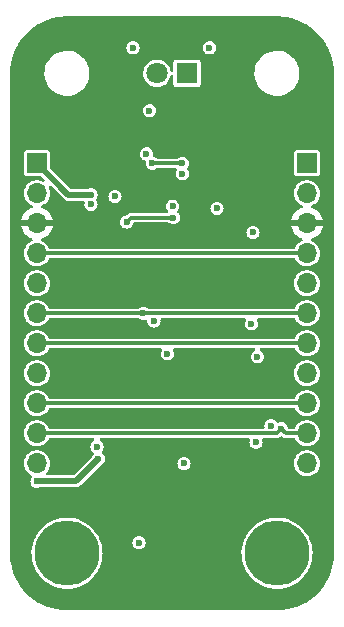
<source format=gbr>
%TF.GenerationSoftware,KiCad,Pcbnew,(6.0.9-0)*%
%TF.CreationDate,2024-06-20T10:44:06+02:00*%
%TF.ProjectId,follower-board,666f6c6c-6f77-4657-922d-626f6172642e,rev?*%
%TF.SameCoordinates,Original*%
%TF.FileFunction,Copper,L4,Bot*%
%TF.FilePolarity,Positive*%
%FSLAX46Y46*%
G04 Gerber Fmt 4.6, Leading zero omitted, Abs format (unit mm)*
G04 Created by KiCad (PCBNEW (6.0.9-0)) date 2024-06-20 10:44:06*
%MOMM*%
%LPD*%
G01*
G04 APERTURE LIST*
%TA.AperFunction,ComponentPad*%
%ADD10R,1.800000X1.800000*%
%TD*%
%TA.AperFunction,ComponentPad*%
%ADD11C,1.800000*%
%TD*%
%TA.AperFunction,ComponentPad*%
%ADD12C,5.500000*%
%TD*%
%TA.AperFunction,ComponentPad*%
%ADD13R,1.700000X1.700000*%
%TD*%
%TA.AperFunction,ComponentPad*%
%ADD14O,1.700000X1.700000*%
%TD*%
%TA.AperFunction,ViaPad*%
%ADD15C,0.600000*%
%TD*%
%TA.AperFunction,Conductor*%
%ADD16C,0.300000*%
%TD*%
%TA.AperFunction,Conductor*%
%ADD17C,0.500000*%
%TD*%
G04 APERTURE END LIST*
D10*
%TO.P,D3,1,K*%
%TO.N,Net-(D3-Pad1)*%
X63500000Y-43180000D03*
D11*
%TO.P,D3,2,A*%
%TO.N,Net-(D3-Pad2)*%
X60960000Y-43180000D03*
%TD*%
D12*
%TO.P,H3,1,1*%
%TO.N,/GND*%
X71120000Y-83820000D03*
%TD*%
%TO.P,H1,1,1*%
%TO.N,/GND*%
X53340000Y-83820000D03*
%TD*%
D13*
%TO.P,J1,1,Pin_1*%
%TO.N,/+9V*%
X50800000Y-50800000D03*
D14*
%TO.P,J1,2,Pin_2*%
%TO.N,/GND*%
X50800000Y-53340000D03*
%TO.P,J1,3,Pin_3*%
%TO.N,/+4.5V*%
X50800000Y-55880000D03*
%TO.P,J1,4,Pin_4*%
%TO.N,/In*%
X50800000Y-58420000D03*
%TO.P,J1,5,Pin_5*%
%TO.N,/GND*%
X50800000Y-60960000D03*
%TO.P,J1,6,Pin_6*%
%TO.N,/RectifiedOut*%
X50800000Y-63500000D03*
%TO.P,J1,7,Pin_7*%
%TO.N,/FollowerOut*%
X50800000Y-66040000D03*
%TO.P,J1,8,Pin_8*%
%TO.N,/GND*%
X50800000Y-68580000D03*
%TO.P,J1,9,Pin_9*%
%TO.N,/ThreshIn*%
X50800000Y-71120000D03*
%TO.P,J1,10,Pin_10*%
%TO.N,/PeakOut*%
X50800000Y-73660000D03*
%TO.P,J1,11,Pin_11*%
%TO.N,/GND*%
X50800000Y-76200000D03*
%TD*%
D13*
%TO.P,J2,1,Pin_1*%
%TO.N,/+9V*%
X73660000Y-50800000D03*
D14*
%TO.P,J2,2,Pin_2*%
%TO.N,/GND*%
X73660000Y-53340000D03*
%TO.P,J2,3,Pin_3*%
%TO.N,/+4.5V*%
X73660000Y-55880000D03*
%TO.P,J2,4,Pin_4*%
%TO.N,/In*%
X73660000Y-58420000D03*
%TO.P,J2,5,Pin_5*%
%TO.N,/GND*%
X73660000Y-60960000D03*
%TO.P,J2,6,Pin_6*%
%TO.N,/RectifiedOut*%
X73660000Y-63500000D03*
%TO.P,J2,7,Pin_7*%
%TO.N,/FollowerOut*%
X73660000Y-66040000D03*
%TO.P,J2,8,Pin_8*%
%TO.N,/GND*%
X73660000Y-68580000D03*
%TO.P,J2,9,Pin_9*%
%TO.N,/ThreshIn*%
X73660000Y-71120000D03*
%TO.P,J2,10,Pin_10*%
%TO.N,/PeakOut*%
X73660000Y-73660000D03*
%TO.P,J2,11,Pin_11*%
%TO.N,/GND*%
X73660000Y-76200000D03*
%TD*%
D15*
%TO.N,Net-(C2-Pad2)*%
X63119000Y-50800000D03*
X60564500Y-50800000D03*
%TO.N,/+4.5V*%
X62992000Y-66929000D03*
X69215000Y-55626000D03*
X61087000Y-46863000D03*
X68643500Y-75120500D03*
X57912000Y-41021000D03*
X54927500Y-75501500D03*
X69723000Y-64897000D03*
X66421000Y-41021000D03*
X58547000Y-53340000D03*
X68834000Y-67945000D03*
X59412500Y-83970500D03*
%TO.N,/RectifiedOut*%
X59817000Y-63500000D03*
%TO.N,/+9V*%
X55372000Y-53467000D03*
X56007000Y-75819000D03*
X50800000Y-77724000D03*
%TO.N,/GND*%
X69342000Y-74422000D03*
X60325000Y-46355000D03*
X66040000Y-54610000D03*
X63246000Y-76200000D03*
X55372000Y-54266503D03*
X60706000Y-64149500D03*
X59436000Y-82931000D03*
X65405000Y-41021000D03*
X63119000Y-51689000D03*
X62278734Y-54434266D03*
X57404000Y-53594000D03*
X69469000Y-67183000D03*
X70612000Y-73025000D03*
X55880000Y-74803000D03*
X69088000Y-56642000D03*
X61849000Y-66929000D03*
X58928000Y-41021000D03*
X60071000Y-50000500D03*
X68961000Y-64389000D03*
%TO.N,/PeakOut*%
X71486500Y-73279000D03*
%TO.N,Net-(R6-Pad2)*%
X58401219Y-55771781D03*
X62357500Y-55399270D03*
%TD*%
D16*
%TO.N,/In*%
X50800000Y-58420000D02*
X73660000Y-58420000D01*
%TO.N,Net-(C2-Pad2)*%
X60564500Y-50800000D02*
X63119000Y-50800000D01*
%TO.N,/RectifiedOut*%
X73660000Y-63500000D02*
X59817000Y-63500000D01*
X59817000Y-63500000D02*
X50800000Y-63500000D01*
D17*
%TO.N,/+9V*%
X50800000Y-50800000D02*
X53467000Y-53467000D01*
X50800000Y-77724000D02*
X54102000Y-77724000D01*
X54102000Y-77724000D02*
X56007000Y-75819000D01*
X55372000Y-53467000D02*
X53467000Y-53467000D01*
D16*
%TO.N,/PeakOut*%
X71090500Y-73675000D02*
X50815000Y-73675000D01*
X71867500Y-73660000D02*
X71486500Y-73279000D01*
X73660000Y-73660000D02*
X71867500Y-73660000D01*
X50815000Y-73675000D02*
X50800000Y-73660000D01*
X71486500Y-73279000D02*
X71090500Y-73675000D01*
%TO.N,/FollowerOut*%
X50800000Y-66040000D02*
X73660000Y-66040000D01*
%TO.N,/ThreshIn*%
X50800000Y-71120000D02*
X73660000Y-71120000D01*
%TO.N,Net-(R6-Pad2)*%
X58773730Y-55399270D02*
X62357500Y-55399270D01*
X58401219Y-55771781D02*
X58773730Y-55399270D01*
%TD*%
%TA.AperFunction,Conductor*%
%TO.N,/+4.5V*%
G36*
X71107103Y-38356921D02*
G01*
X71120000Y-38359486D01*
X71132170Y-38357065D01*
X71142599Y-38357065D01*
X71155735Y-38356060D01*
X71478600Y-38370156D01*
X71535075Y-38372622D01*
X71546023Y-38373580D01*
X71952496Y-38427093D01*
X71963301Y-38428999D01*
X72363566Y-38517736D01*
X72374176Y-38520579D01*
X72765175Y-38643860D01*
X72775488Y-38647613D01*
X73154277Y-38804513D01*
X73164221Y-38809151D01*
X73466931Y-38966731D01*
X73527867Y-38998452D01*
X73537387Y-39003948D01*
X73883148Y-39224223D01*
X73892152Y-39230527D01*
X74217413Y-39480108D01*
X74225830Y-39487172D01*
X74309622Y-39563952D01*
X74528088Y-39764139D01*
X74535857Y-39771908D01*
X74812826Y-40074167D01*
X74819892Y-40082587D01*
X75069473Y-40407848D01*
X75075777Y-40416852D01*
X75155297Y-40541673D01*
X75278338Y-40734807D01*
X75296052Y-40762613D01*
X75301547Y-40772132D01*
X75431100Y-41021000D01*
X75490845Y-41135770D01*
X75495487Y-41145723D01*
X75644452Y-41505355D01*
X75652384Y-41524504D01*
X75656140Y-41534825D01*
X75723994Y-41750030D01*
X75779421Y-41925823D01*
X75782264Y-41936434D01*
X75871001Y-42336699D01*
X75872907Y-42347504D01*
X75882635Y-42421397D01*
X75926420Y-42753976D01*
X75927378Y-42764926D01*
X75943940Y-43144265D01*
X75942935Y-43157401D01*
X75942935Y-43167830D01*
X75940514Y-43180000D01*
X75942935Y-43192170D01*
X75943079Y-43192894D01*
X75945500Y-43217476D01*
X75945500Y-83782524D01*
X75943079Y-83807103D01*
X75940514Y-83820000D01*
X75942935Y-83832170D01*
X75942935Y-83842599D01*
X75943940Y-83855735D01*
X75927378Y-84235074D01*
X75926420Y-84246023D01*
X75912343Y-84352953D01*
X75872908Y-84652488D01*
X75871001Y-84663301D01*
X75792975Y-85015253D01*
X75782266Y-85063560D01*
X75779421Y-85074176D01*
X75700402Y-85324796D01*
X75656143Y-85465167D01*
X75652387Y-85475488D01*
X75572921Y-85667337D01*
X75495491Y-85854268D01*
X75490849Y-85864221D01*
X75438556Y-85964676D01*
X75301548Y-86227867D01*
X75296052Y-86237387D01*
X75075777Y-86583148D01*
X75069473Y-86592152D01*
X74819892Y-86917413D01*
X74812828Y-86925830D01*
X74653856Y-87099319D01*
X74535861Y-87228088D01*
X74528092Y-87235857D01*
X74225833Y-87512826D01*
X74217413Y-87519892D01*
X73892152Y-87769473D01*
X73883148Y-87775777D01*
X73537387Y-87996052D01*
X73527868Y-88001547D01*
X73164221Y-88190849D01*
X73154277Y-88195487D01*
X72775488Y-88352387D01*
X72765175Y-88356140D01*
X72374177Y-88479421D01*
X72363566Y-88482264D01*
X71963301Y-88571001D01*
X71952496Y-88572907D01*
X71546024Y-88626420D01*
X71535075Y-88627378D01*
X71478600Y-88629844D01*
X71155735Y-88643940D01*
X71142599Y-88642935D01*
X71132170Y-88642935D01*
X71120000Y-88640514D01*
X71107103Y-88643079D01*
X71082524Y-88645500D01*
X53377476Y-88645500D01*
X53352897Y-88643079D01*
X53340000Y-88640514D01*
X53327830Y-88642935D01*
X53317401Y-88642935D01*
X53304265Y-88643940D01*
X52981400Y-88629844D01*
X52924925Y-88627378D01*
X52913976Y-88626420D01*
X52507504Y-88572907D01*
X52496699Y-88571001D01*
X52096434Y-88482264D01*
X52085823Y-88479421D01*
X51694825Y-88356140D01*
X51684512Y-88352387D01*
X51305723Y-88195487D01*
X51295779Y-88190849D01*
X50932132Y-88001547D01*
X50922613Y-87996052D01*
X50576852Y-87775777D01*
X50567848Y-87769473D01*
X50242587Y-87519892D01*
X50234167Y-87512826D01*
X49931908Y-87235857D01*
X49924139Y-87228088D01*
X49806145Y-87099319D01*
X49647172Y-86925830D01*
X49640108Y-86917413D01*
X49390527Y-86592152D01*
X49384223Y-86583148D01*
X49163948Y-86237387D01*
X49158452Y-86227867D01*
X49021444Y-85964676D01*
X48969151Y-85864221D01*
X48964509Y-85854268D01*
X48887080Y-85667337D01*
X48807613Y-85475488D01*
X48803857Y-85465167D01*
X48759599Y-85324796D01*
X48680579Y-85074176D01*
X48677734Y-85063560D01*
X48667025Y-85015253D01*
X48588999Y-84663301D01*
X48587092Y-84652488D01*
X48547658Y-84352953D01*
X48533580Y-84246023D01*
X48532622Y-84235074D01*
X48516060Y-83855735D01*
X48517065Y-83842599D01*
X48517065Y-83832170D01*
X48519486Y-83820000D01*
X48516921Y-83807103D01*
X48514500Y-83782524D01*
X48514500Y-83725466D01*
X50331893Y-83725466D01*
X50340963Y-84071836D01*
X50389784Y-84414868D01*
X50477708Y-84750015D01*
X50603570Y-85072835D01*
X50605274Y-85076053D01*
X50735264Y-85321560D01*
X50765703Y-85379050D01*
X50767755Y-85382035D01*
X50767760Y-85382044D01*
X50959899Y-85661608D01*
X50959905Y-85661615D01*
X50961956Y-85664600D01*
X51189729Y-85925701D01*
X51446002Y-86158892D01*
X51448960Y-86161017D01*
X51448963Y-86161020D01*
X51548786Y-86232750D01*
X51727380Y-86361083D01*
X52030132Y-86529592D01*
X52350246Y-86662188D01*
X52353740Y-86663183D01*
X52353742Y-86663184D01*
X52679977Y-86756114D01*
X52679982Y-86756115D01*
X52683478Y-86757111D01*
X52918649Y-86795622D01*
X53021832Y-86812519D01*
X53021836Y-86812519D01*
X53025412Y-86813105D01*
X53029038Y-86813276D01*
X53367889Y-86829256D01*
X53367890Y-86829256D01*
X53371516Y-86829427D01*
X53378128Y-86828976D01*
X53713570Y-86806108D01*
X53713577Y-86806107D01*
X53717202Y-86805860D01*
X53720778Y-86805197D01*
X53720780Y-86805197D01*
X54054323Y-86743379D01*
X54054327Y-86743378D01*
X54057888Y-86742718D01*
X54389060Y-86640836D01*
X54706326Y-86501566D01*
X55005483Y-86326753D01*
X55130683Y-86232750D01*
X55279657Y-86120897D01*
X55279661Y-86120894D01*
X55282564Y-86118714D01*
X55533898Y-85880207D01*
X55756153Y-85614394D01*
X55847392Y-85475496D01*
X55944396Y-85327822D01*
X55944401Y-85327813D01*
X55946383Y-85324796D01*
X56071488Y-85076053D01*
X56100440Y-85018489D01*
X56100443Y-85018481D01*
X56102067Y-85015253D01*
X56103312Y-85011851D01*
X56219893Y-84693279D01*
X56219894Y-84693275D01*
X56221141Y-84689868D01*
X56221986Y-84686346D01*
X56221989Y-84686338D01*
X56301180Y-84356482D01*
X56301181Y-84356478D01*
X56302027Y-84352953D01*
X56316292Y-84235074D01*
X56343317Y-84011753D01*
X56343318Y-84011746D01*
X56343653Y-84008974D01*
X56349592Y-83820000D01*
X56349431Y-83817204D01*
X56344142Y-83725466D01*
X68111893Y-83725466D01*
X68120963Y-84071836D01*
X68169784Y-84414868D01*
X68257708Y-84750015D01*
X68383570Y-85072835D01*
X68385274Y-85076053D01*
X68515264Y-85321560D01*
X68545703Y-85379050D01*
X68547755Y-85382035D01*
X68547760Y-85382044D01*
X68739899Y-85661608D01*
X68739905Y-85661615D01*
X68741956Y-85664600D01*
X68969729Y-85925701D01*
X69226002Y-86158892D01*
X69228960Y-86161017D01*
X69228963Y-86161020D01*
X69328786Y-86232750D01*
X69507380Y-86361083D01*
X69810132Y-86529592D01*
X70130246Y-86662188D01*
X70133740Y-86663183D01*
X70133742Y-86663184D01*
X70459977Y-86756114D01*
X70459982Y-86756115D01*
X70463478Y-86757111D01*
X70698649Y-86795622D01*
X70801832Y-86812519D01*
X70801836Y-86812519D01*
X70805412Y-86813105D01*
X70809038Y-86813276D01*
X71147889Y-86829256D01*
X71147890Y-86829256D01*
X71151516Y-86829427D01*
X71158128Y-86828976D01*
X71493570Y-86806108D01*
X71493577Y-86806107D01*
X71497202Y-86805860D01*
X71500778Y-86805197D01*
X71500780Y-86805197D01*
X71834323Y-86743379D01*
X71834327Y-86743378D01*
X71837888Y-86742718D01*
X72169060Y-86640836D01*
X72486326Y-86501566D01*
X72785483Y-86326753D01*
X72910683Y-86232750D01*
X73059657Y-86120897D01*
X73059661Y-86120894D01*
X73062564Y-86118714D01*
X73313898Y-85880207D01*
X73536153Y-85614394D01*
X73627392Y-85475496D01*
X73724396Y-85327822D01*
X73724401Y-85327813D01*
X73726383Y-85324796D01*
X73851488Y-85076053D01*
X73880440Y-85018489D01*
X73880443Y-85018481D01*
X73882067Y-85015253D01*
X73883312Y-85011851D01*
X73999893Y-84693279D01*
X73999894Y-84693275D01*
X74001141Y-84689868D01*
X74001986Y-84686346D01*
X74001989Y-84686338D01*
X74081180Y-84356482D01*
X74081181Y-84356478D01*
X74082027Y-84352953D01*
X74096292Y-84235074D01*
X74123317Y-84011753D01*
X74123318Y-84011746D01*
X74123653Y-84008974D01*
X74129592Y-83820000D01*
X74129431Y-83817204D01*
X74109856Y-83477706D01*
X74109855Y-83477701D01*
X74109647Y-83474086D01*
X74064812Y-83217193D01*
X74050699Y-83136330D01*
X74050697Y-83136323D01*
X74050075Y-83132757D01*
X73951667Y-82800537D01*
X73949063Y-82794432D01*
X73817151Y-82485168D01*
X73817149Y-82485165D01*
X73815727Y-82481830D01*
X73793856Y-82443485D01*
X73645847Y-82183999D01*
X73644056Y-82180859D01*
X73588683Y-82105477D01*
X73441070Y-81904527D01*
X73441068Y-81904525D01*
X73438930Y-81901614D01*
X73203069Y-81647796D01*
X73200309Y-81645439D01*
X73200303Y-81645433D01*
X72942353Y-81425124D01*
X72939597Y-81422770D01*
X72652007Y-81229518D01*
X72648798Y-81227862D01*
X72648790Y-81227857D01*
X72347331Y-81072263D01*
X72344111Y-81070601D01*
X72340730Y-81069323D01*
X72340720Y-81069319D01*
X72023389Y-80949410D01*
X72019991Y-80948126D01*
X71683941Y-80863716D01*
X71539050Y-80844641D01*
X71344021Y-80818964D01*
X71344013Y-80818963D01*
X71340417Y-80818490D01*
X71197229Y-80816241D01*
X70997613Y-80813105D01*
X70997609Y-80813105D01*
X70993971Y-80813048D01*
X70990357Y-80813409D01*
X70990351Y-80813409D01*
X70747044Y-80837695D01*
X70649196Y-80847461D01*
X70529304Y-80873602D01*
X70314205Y-80920501D01*
X70314200Y-80920502D01*
X70310661Y-80921274D01*
X69982853Y-81033507D01*
X69670118Y-81182674D01*
X69376600Y-81366798D01*
X69373766Y-81369068D01*
X69373761Y-81369072D01*
X69309254Y-81420752D01*
X69106190Y-81583437D01*
X68862472Y-81829721D01*
X68648676Y-82102385D01*
X68646783Y-82105474D01*
X68646781Y-82105477D01*
X68470016Y-82393932D01*
X68467636Y-82397815D01*
X68466117Y-82401087D01*
X68466114Y-82401093D01*
X68427088Y-82485168D01*
X68321752Y-82712095D01*
X68320612Y-82715542D01*
X68292503Y-82800537D01*
X68212957Y-83041060D01*
X68212221Y-83044615D01*
X68212220Y-83044618D01*
X68143429Y-83376800D01*
X68142694Y-83380350D01*
X68111893Y-83725466D01*
X56344142Y-83725466D01*
X56329856Y-83477706D01*
X56329855Y-83477701D01*
X56329647Y-83474086D01*
X56284812Y-83217193D01*
X56270699Y-83136330D01*
X56270697Y-83136323D01*
X56270075Y-83132757D01*
X56210312Y-82931000D01*
X58876715Y-82931000D01*
X58877793Y-82939188D01*
X58891205Y-83041060D01*
X58895772Y-83075754D01*
X58951645Y-83210642D01*
X59040526Y-83326474D01*
X59047076Y-83331500D01*
X59047079Y-83331503D01*
X59149804Y-83410327D01*
X59156357Y-83415355D01*
X59291246Y-83471228D01*
X59436000Y-83490285D01*
X59444188Y-83489207D01*
X59572566Y-83472306D01*
X59580754Y-83471228D01*
X59715643Y-83415355D01*
X59722196Y-83410327D01*
X59824921Y-83331503D01*
X59824924Y-83331500D01*
X59831474Y-83326474D01*
X59920355Y-83210642D01*
X59976228Y-83075754D01*
X59980796Y-83041060D01*
X59994207Y-82939188D01*
X59995285Y-82931000D01*
X59992159Y-82907255D01*
X59977306Y-82794432D01*
X59977305Y-82794430D01*
X59976228Y-82786246D01*
X59920355Y-82651358D01*
X59831474Y-82535526D01*
X59824924Y-82530500D01*
X59824921Y-82530497D01*
X59722196Y-82451673D01*
X59722194Y-82451672D01*
X59715643Y-82446645D01*
X59580754Y-82390772D01*
X59436000Y-82371715D01*
X59427812Y-82372793D01*
X59299432Y-82389694D01*
X59299430Y-82389695D01*
X59291246Y-82390772D01*
X59281686Y-82394732D01*
X59163986Y-82443485D01*
X59163984Y-82443486D01*
X59156358Y-82446645D01*
X59040526Y-82535526D01*
X58951645Y-82651358D01*
X58895772Y-82786246D01*
X58894695Y-82794430D01*
X58894694Y-82794432D01*
X58879841Y-82907255D01*
X58876715Y-82931000D01*
X56210312Y-82931000D01*
X56171667Y-82800537D01*
X56169063Y-82794432D01*
X56037151Y-82485168D01*
X56037149Y-82485165D01*
X56035727Y-82481830D01*
X56013856Y-82443485D01*
X55865847Y-82183999D01*
X55864056Y-82180859D01*
X55808683Y-82105477D01*
X55661070Y-81904527D01*
X55661068Y-81904525D01*
X55658930Y-81901614D01*
X55423069Y-81647796D01*
X55420309Y-81645439D01*
X55420303Y-81645433D01*
X55162353Y-81425124D01*
X55159597Y-81422770D01*
X54872007Y-81229518D01*
X54868798Y-81227862D01*
X54868790Y-81227857D01*
X54567331Y-81072263D01*
X54564111Y-81070601D01*
X54560730Y-81069323D01*
X54560720Y-81069319D01*
X54243389Y-80949410D01*
X54239991Y-80948126D01*
X53903941Y-80863716D01*
X53759050Y-80844641D01*
X53564021Y-80818964D01*
X53564013Y-80818963D01*
X53560417Y-80818490D01*
X53417229Y-80816241D01*
X53217613Y-80813105D01*
X53217609Y-80813105D01*
X53213971Y-80813048D01*
X53210357Y-80813409D01*
X53210351Y-80813409D01*
X52967044Y-80837695D01*
X52869196Y-80847461D01*
X52749304Y-80873602D01*
X52534205Y-80920501D01*
X52534200Y-80920502D01*
X52530661Y-80921274D01*
X52202853Y-81033507D01*
X51890118Y-81182674D01*
X51596600Y-81366798D01*
X51593766Y-81369068D01*
X51593761Y-81369072D01*
X51529254Y-81420752D01*
X51326190Y-81583437D01*
X51082472Y-81829721D01*
X50868676Y-82102385D01*
X50866783Y-82105474D01*
X50866781Y-82105477D01*
X50690016Y-82393932D01*
X50687636Y-82397815D01*
X50686117Y-82401087D01*
X50686114Y-82401093D01*
X50647088Y-82485168D01*
X50541752Y-82712095D01*
X50540612Y-82715542D01*
X50512503Y-82800537D01*
X50432957Y-83041060D01*
X50432221Y-83044615D01*
X50432220Y-83044618D01*
X50363429Y-83376800D01*
X50362694Y-83380350D01*
X50331893Y-83725466D01*
X48514500Y-83725466D01*
X48514500Y-76170964D01*
X49691148Y-76170964D01*
X49704424Y-76373522D01*
X49705845Y-76379118D01*
X49705846Y-76379123D01*
X49726119Y-76458945D01*
X49754392Y-76570269D01*
X49756809Y-76575512D01*
X49794010Y-76656208D01*
X49839377Y-76754616D01*
X49956533Y-76920389D01*
X50101938Y-77062035D01*
X50270720Y-77174812D01*
X50276022Y-77177090D01*
X50276035Y-77177097D01*
X50311212Y-77192210D01*
X50365905Y-77237478D01*
X50387442Y-77305129D01*
X50368985Y-77373685D01*
X50361436Y-77384681D01*
X50320675Y-77437802D01*
X50320673Y-77437805D01*
X50315645Y-77444358D01*
X50259772Y-77579246D01*
X50240715Y-77724000D01*
X50259772Y-77868754D01*
X50315645Y-78003642D01*
X50404526Y-78119474D01*
X50411076Y-78124500D01*
X50411079Y-78124503D01*
X50479596Y-78177078D01*
X50520357Y-78208355D01*
X50655246Y-78264228D01*
X50800000Y-78283285D01*
X50808188Y-78282207D01*
X50936566Y-78265306D01*
X50944754Y-78264228D01*
X51007855Y-78238091D01*
X51056072Y-78228500D01*
X54031376Y-78228500D01*
X54043381Y-78229841D01*
X54043421Y-78229345D01*
X54052368Y-78230065D01*
X54061124Y-78232046D01*
X54114382Y-78228742D01*
X54122184Y-78228500D01*
X54138226Y-78228500D01*
X54142657Y-78227865D01*
X54142662Y-78227865D01*
X54146687Y-78227288D01*
X54148457Y-78227035D01*
X54158514Y-78226004D01*
X54180976Y-78224611D01*
X54196400Y-78223654D01*
X54196402Y-78223654D01*
X54205359Y-78223098D01*
X54213799Y-78220051D01*
X54217089Y-78219370D01*
X54232938Y-78215418D01*
X54236168Y-78214473D01*
X54245052Y-78213201D01*
X54253223Y-78209486D01*
X54287763Y-78193782D01*
X54297128Y-78189970D01*
X54332837Y-78177078D01*
X54332840Y-78177076D01*
X54341284Y-78174028D01*
X54348533Y-78168732D01*
X54351490Y-78167160D01*
X54365614Y-78158907D01*
X54368437Y-78157102D01*
X54376605Y-78153388D01*
X54383402Y-78147531D01*
X54383404Y-78147530D01*
X54412153Y-78122757D01*
X54420064Y-78116475D01*
X54430944Y-78108527D01*
X54441806Y-78097665D01*
X54448653Y-78091307D01*
X54479282Y-78064915D01*
X54486082Y-78059056D01*
X54490966Y-78051521D01*
X54496699Y-78044949D01*
X54505926Y-78033545D01*
X56182664Y-76356807D01*
X56223540Y-76329493D01*
X56286643Y-76303355D01*
X56293196Y-76298327D01*
X56395921Y-76219503D01*
X56395924Y-76219500D01*
X56402474Y-76214474D01*
X56413580Y-76200000D01*
X62686715Y-76200000D01*
X62687793Y-76208188D01*
X62700738Y-76306514D01*
X62705772Y-76344754D01*
X62761645Y-76479642D01*
X62766672Y-76486193D01*
X62835209Y-76575512D01*
X62850526Y-76595474D01*
X62857076Y-76600500D01*
X62857079Y-76600503D01*
X62915972Y-76645693D01*
X62966357Y-76684355D01*
X63101246Y-76740228D01*
X63246000Y-76759285D01*
X63254188Y-76758207D01*
X63382566Y-76741306D01*
X63390754Y-76740228D01*
X63525643Y-76684355D01*
X63576028Y-76645693D01*
X63634921Y-76600503D01*
X63634924Y-76600500D01*
X63641474Y-76595474D01*
X63656792Y-76575512D01*
X63725328Y-76486193D01*
X63730355Y-76479642D01*
X63786228Y-76344754D01*
X63791263Y-76306514D01*
X63804207Y-76208188D01*
X63805285Y-76200000D01*
X63801462Y-76170964D01*
X72551148Y-76170964D01*
X72564424Y-76373522D01*
X72565845Y-76379118D01*
X72565846Y-76379123D01*
X72586119Y-76458945D01*
X72614392Y-76570269D01*
X72616809Y-76575512D01*
X72654010Y-76656208D01*
X72699377Y-76754616D01*
X72816533Y-76920389D01*
X72961938Y-77062035D01*
X73130720Y-77174812D01*
X73136023Y-77177090D01*
X73136026Y-77177092D01*
X73224707Y-77215192D01*
X73317228Y-77254942D01*
X73390244Y-77271464D01*
X73509579Y-77298467D01*
X73509584Y-77298468D01*
X73515216Y-77299742D01*
X73520987Y-77299969D01*
X73520989Y-77299969D01*
X73580756Y-77302317D01*
X73718053Y-77307712D01*
X73818499Y-77293148D01*
X73913231Y-77279413D01*
X73913236Y-77279412D01*
X73918945Y-77278584D01*
X73924409Y-77276729D01*
X73924414Y-77276728D01*
X74105693Y-77215192D01*
X74105698Y-77215190D01*
X74111165Y-77213334D01*
X74288276Y-77114147D01*
X74350934Y-77062035D01*
X74439913Y-76988031D01*
X74444345Y-76984345D01*
X74574147Y-76828276D01*
X74673334Y-76651165D01*
X74675190Y-76645698D01*
X74675192Y-76645693D01*
X74736728Y-76464414D01*
X74736729Y-76464409D01*
X74738584Y-76458945D01*
X74739412Y-76453236D01*
X74739413Y-76453231D01*
X74760685Y-76306514D01*
X74767712Y-76258053D01*
X74769232Y-76200000D01*
X74750658Y-75997859D01*
X74749090Y-75992299D01*
X74697125Y-75808046D01*
X74697124Y-75808044D01*
X74695557Y-75802487D01*
X74684978Y-75781033D01*
X74608331Y-75625609D01*
X74605776Y-75620428D01*
X74484320Y-75457779D01*
X74335258Y-75319987D01*
X74330375Y-75316906D01*
X74330371Y-75316903D01*
X74168464Y-75214748D01*
X74163581Y-75211667D01*
X73975039Y-75136446D01*
X73969379Y-75135320D01*
X73969375Y-75135319D01*
X73781613Y-75097971D01*
X73781610Y-75097971D01*
X73775946Y-75096844D01*
X73770171Y-75096768D01*
X73770167Y-75096768D01*
X73668793Y-75095441D01*
X73572971Y-75094187D01*
X73567274Y-75095166D01*
X73567273Y-75095166D01*
X73378607Y-75127585D01*
X73372910Y-75128564D01*
X73182463Y-75198824D01*
X73008010Y-75302612D01*
X73003670Y-75306418D01*
X73003666Y-75306421D01*
X72875869Y-75418497D01*
X72855392Y-75436455D01*
X72729720Y-75595869D01*
X72727031Y-75600980D01*
X72727029Y-75600983D01*
X72714073Y-75625609D01*
X72635203Y-75775515D01*
X72575007Y-75969378D01*
X72551148Y-76170964D01*
X63801462Y-76170964D01*
X63786228Y-76055246D01*
X63748375Y-75963861D01*
X63733515Y-75927986D01*
X63733514Y-75927984D01*
X63730355Y-75920358D01*
X63641474Y-75804526D01*
X63634924Y-75799500D01*
X63634921Y-75799497D01*
X63532196Y-75720673D01*
X63532194Y-75720672D01*
X63525643Y-75715645D01*
X63408779Y-75667238D01*
X63398383Y-75662932D01*
X63390754Y-75659772D01*
X63246000Y-75640715D01*
X63237812Y-75641793D01*
X63109432Y-75658694D01*
X63109430Y-75658695D01*
X63101246Y-75659772D01*
X63084714Y-75666620D01*
X62973986Y-75712485D01*
X62973984Y-75712486D01*
X62966358Y-75715645D01*
X62850526Y-75804526D01*
X62761645Y-75920358D01*
X62758486Y-75927984D01*
X62758485Y-75927986D01*
X62743625Y-75963861D01*
X62705772Y-76055246D01*
X62686715Y-76200000D01*
X56413580Y-76200000D01*
X56491355Y-76098642D01*
X56509331Y-76055246D01*
X56544069Y-75971380D01*
X56547228Y-75963754D01*
X56566285Y-75819000D01*
X56547228Y-75674246D01*
X56491355Y-75539358D01*
X56417551Y-75443175D01*
X56407501Y-75430077D01*
X56407500Y-75430076D01*
X56402474Y-75423526D01*
X56395924Y-75418500D01*
X56395921Y-75418497D01*
X56313810Y-75355491D01*
X56271943Y-75298153D01*
X56267721Y-75227282D01*
X56290552Y-75178825D01*
X56359325Y-75089198D01*
X56359328Y-75089193D01*
X56364355Y-75082642D01*
X56420228Y-74947754D01*
X56439285Y-74803000D01*
X56422459Y-74675192D01*
X56421306Y-74666432D01*
X56421305Y-74666430D01*
X56420228Y-74658246D01*
X56383863Y-74570453D01*
X56367515Y-74530986D01*
X56367514Y-74530984D01*
X56364355Y-74523358D01*
X56303726Y-74444345D01*
X56280501Y-74414077D01*
X56280500Y-74414076D01*
X56275474Y-74407526D01*
X56268924Y-74402500D01*
X56268921Y-74402497D01*
X56166193Y-74323671D01*
X56159643Y-74318645D01*
X56152016Y-74315486D01*
X56150513Y-74314618D01*
X56101520Y-74263235D01*
X56088085Y-74193521D01*
X56114472Y-74127611D01*
X56172305Y-74086429D01*
X56213514Y-74079500D01*
X68695108Y-74079500D01*
X68763229Y-74099502D01*
X68809722Y-74153158D01*
X68819826Y-74223432D01*
X68811517Y-74253717D01*
X68804933Y-74269614D01*
X68801772Y-74277246D01*
X68800695Y-74285430D01*
X68800694Y-74285432D01*
X68788193Y-74380389D01*
X68782715Y-74422000D01*
X68783793Y-74430188D01*
X68795885Y-74522035D01*
X68801772Y-74566754D01*
X68821578Y-74614570D01*
X68844750Y-74670510D01*
X68857645Y-74701642D01*
X68946526Y-74817474D01*
X68953076Y-74822500D01*
X68953079Y-74822503D01*
X69055804Y-74901327D01*
X69062357Y-74906355D01*
X69142540Y-74939568D01*
X69180714Y-74955380D01*
X69197246Y-74962228D01*
X69342000Y-74981285D01*
X69350188Y-74980207D01*
X69478566Y-74963306D01*
X69486754Y-74962228D01*
X69503287Y-74955380D01*
X69541460Y-74939568D01*
X69621643Y-74906355D01*
X69628196Y-74901327D01*
X69730921Y-74822503D01*
X69730924Y-74822500D01*
X69737474Y-74817474D01*
X69826355Y-74701642D01*
X69839251Y-74670510D01*
X69862422Y-74614570D01*
X69882228Y-74566754D01*
X69888116Y-74522035D01*
X69900207Y-74430188D01*
X69901285Y-74422000D01*
X69895807Y-74380389D01*
X69883306Y-74285432D01*
X69883305Y-74285430D01*
X69882228Y-74277246D01*
X69879067Y-74269614D01*
X69872483Y-74253717D01*
X69864894Y-74183127D01*
X69896674Y-74119641D01*
X69957732Y-74083414D01*
X69988892Y-74079500D01*
X71154566Y-74079500D01*
X71163998Y-74076435D01*
X71164000Y-74076435D01*
X71175787Y-74072605D01*
X71195013Y-74067989D01*
X71207262Y-74066049D01*
X71217055Y-74064498D01*
X71236939Y-74054366D01*
X71255205Y-74046801D01*
X71266996Y-74042970D01*
X71276429Y-74039905D01*
X71294489Y-74026784D01*
X71311346Y-74016454D01*
X71331223Y-74006326D01*
X71354001Y-73983548D01*
X71354030Y-73983521D01*
X71397406Y-73940145D01*
X71459718Y-73906119D01*
X71530533Y-73911184D01*
X71575596Y-73940145D01*
X71626777Y-73991326D01*
X71646664Y-74001459D01*
X71663522Y-74011791D01*
X71681571Y-74024904D01*
X71691006Y-74027969D01*
X71691007Y-74027970D01*
X71702796Y-74031801D01*
X71721060Y-74039366D01*
X71740945Y-74049498D01*
X71762469Y-74052907D01*
X71762993Y-74052990D01*
X71782218Y-74057606D01*
X71789578Y-74059997D01*
X71803434Y-74064499D01*
X71835662Y-74064499D01*
X71835666Y-74064500D01*
X72549515Y-74064500D01*
X72617636Y-74084502D01*
X72663941Y-74137749D01*
X72699377Y-74214616D01*
X72816533Y-74380389D01*
X72961938Y-74522035D01*
X73130720Y-74634812D01*
X73136023Y-74637090D01*
X73136026Y-74637092D01*
X73286271Y-74701642D01*
X73317228Y-74714942D01*
X73390244Y-74731464D01*
X73509579Y-74758467D01*
X73509584Y-74758468D01*
X73515216Y-74759742D01*
X73520987Y-74759969D01*
X73520989Y-74759969D01*
X73580756Y-74762317D01*
X73718053Y-74767712D01*
X73818499Y-74753148D01*
X73913231Y-74739413D01*
X73913236Y-74739412D01*
X73918945Y-74738584D01*
X73924409Y-74736729D01*
X73924414Y-74736728D01*
X74105693Y-74675192D01*
X74105698Y-74675190D01*
X74111165Y-74673334D01*
X74123490Y-74666432D01*
X74185683Y-74631602D01*
X74288276Y-74574147D01*
X74297166Y-74566754D01*
X74439913Y-74448031D01*
X74444345Y-74444345D01*
X74544710Y-74323670D01*
X74570453Y-74292718D01*
X74570455Y-74292715D01*
X74574147Y-74288276D01*
X74649817Y-74153158D01*
X74670510Y-74116208D01*
X74670511Y-74116206D01*
X74673334Y-74111165D01*
X74675190Y-74105698D01*
X74675192Y-74105693D01*
X74736728Y-73924414D01*
X74736729Y-73924409D01*
X74738584Y-73918945D01*
X74739412Y-73913236D01*
X74739413Y-73913231D01*
X74767179Y-73721727D01*
X74767712Y-73718053D01*
X74769232Y-73660000D01*
X74750658Y-73457859D01*
X74749090Y-73452299D01*
X74697125Y-73268046D01*
X74697124Y-73268044D01*
X74695557Y-73262487D01*
X74692112Y-73255500D01*
X74608331Y-73085609D01*
X74608330Y-73085608D01*
X74605776Y-73080428D01*
X74484320Y-72917779D01*
X74335258Y-72779987D01*
X74330375Y-72776906D01*
X74330371Y-72776903D01*
X74168464Y-72674748D01*
X74163581Y-72671667D01*
X73975039Y-72596446D01*
X73969379Y-72595320D01*
X73969375Y-72595319D01*
X73781613Y-72557971D01*
X73781610Y-72557971D01*
X73775946Y-72556844D01*
X73770171Y-72556768D01*
X73770167Y-72556768D01*
X73668793Y-72555441D01*
X73572971Y-72554187D01*
X73567274Y-72555166D01*
X73567273Y-72555166D01*
X73378607Y-72587585D01*
X73372910Y-72588564D01*
X73182463Y-72658824D01*
X73008010Y-72762612D01*
X73003670Y-72766418D01*
X73003666Y-72766421D01*
X72965750Y-72799673D01*
X72855392Y-72896455D01*
X72729720Y-73055869D01*
X72682330Y-73145943D01*
X72660114Y-73188168D01*
X72610695Y-73239140D01*
X72548606Y-73255500D01*
X72153190Y-73255500D01*
X72085069Y-73235498D01*
X72038576Y-73181842D01*
X72028269Y-73145949D01*
X72026728Y-73134246D01*
X71984868Y-73033188D01*
X71974015Y-73006986D01*
X71974014Y-73006984D01*
X71970855Y-72999358D01*
X71905246Y-72913855D01*
X71887001Y-72890077D01*
X71887000Y-72890076D01*
X71881974Y-72883526D01*
X71875424Y-72878500D01*
X71875421Y-72878497D01*
X71772696Y-72799673D01*
X71772694Y-72799672D01*
X71766143Y-72794645D01*
X71631254Y-72738772D01*
X71486500Y-72719715D01*
X71478312Y-72720793D01*
X71349932Y-72737694D01*
X71349930Y-72737695D01*
X71341746Y-72738772D01*
X71241028Y-72780491D01*
X71170439Y-72788080D01*
X71106952Y-72756301D01*
X71092848Y-72740786D01*
X71012505Y-72636081D01*
X71012500Y-72636076D01*
X71007474Y-72629526D01*
X71000924Y-72624500D01*
X71000921Y-72624497D01*
X70898196Y-72545673D01*
X70898194Y-72545672D01*
X70891643Y-72540645D01*
X70756754Y-72484772D01*
X70612000Y-72465715D01*
X70603812Y-72466793D01*
X70475432Y-72483694D01*
X70475430Y-72483695D01*
X70467246Y-72484772D01*
X70419430Y-72504578D01*
X70339986Y-72537485D01*
X70339984Y-72537486D01*
X70332358Y-72540645D01*
X70216526Y-72629526D01*
X70127645Y-72745358D01*
X70124486Y-72752984D01*
X70124485Y-72752986D01*
X70109949Y-72788080D01*
X70071772Y-72880246D01*
X70070695Y-72888430D01*
X70070694Y-72888432D01*
X70070139Y-72892648D01*
X70052715Y-73025000D01*
X70053793Y-73033188D01*
X70066282Y-73128054D01*
X70055342Y-73198203D01*
X70008214Y-73251301D01*
X69941360Y-73270500D01*
X51917860Y-73270500D01*
X51849739Y-73250498D01*
X51804854Y-73200228D01*
X51803856Y-73198203D01*
X51772316Y-73134246D01*
X51748331Y-73085608D01*
X51748328Y-73085604D01*
X51745776Y-73080428D01*
X51624320Y-72917779D01*
X51475258Y-72779987D01*
X51470375Y-72776906D01*
X51470371Y-72776903D01*
X51308464Y-72674748D01*
X51303581Y-72671667D01*
X51115039Y-72596446D01*
X51109379Y-72595320D01*
X51109375Y-72595319D01*
X50921613Y-72557971D01*
X50921610Y-72557971D01*
X50915946Y-72556844D01*
X50910171Y-72556768D01*
X50910167Y-72556768D01*
X50808793Y-72555441D01*
X50712971Y-72554187D01*
X50707274Y-72555166D01*
X50707273Y-72555166D01*
X50518607Y-72587585D01*
X50512910Y-72588564D01*
X50322463Y-72658824D01*
X50148010Y-72762612D01*
X50143670Y-72766418D01*
X50143666Y-72766421D01*
X50105750Y-72799673D01*
X49995392Y-72896455D01*
X49869720Y-73055869D01*
X49867031Y-73060980D01*
X49867029Y-73060983D01*
X49854073Y-73085608D01*
X49775203Y-73235515D01*
X49715007Y-73429378D01*
X49691148Y-73630964D01*
X49704424Y-73833522D01*
X49705845Y-73839118D01*
X49705846Y-73839123D01*
X49752027Y-74020957D01*
X49754392Y-74030269D01*
X49756809Y-74035512D01*
X49824860Y-74183127D01*
X49839377Y-74214616D01*
X49956533Y-74380389D01*
X50101938Y-74522035D01*
X50270720Y-74634812D01*
X50276023Y-74637090D01*
X50276026Y-74637092D01*
X50426271Y-74701642D01*
X50457228Y-74714942D01*
X50530244Y-74731464D01*
X50649579Y-74758467D01*
X50649584Y-74758468D01*
X50655216Y-74759742D01*
X50660987Y-74759969D01*
X50660989Y-74759969D01*
X50720756Y-74762317D01*
X50858053Y-74767712D01*
X50958499Y-74753148D01*
X51053231Y-74739413D01*
X51053236Y-74739412D01*
X51058945Y-74738584D01*
X51064409Y-74736729D01*
X51064414Y-74736728D01*
X51245693Y-74675192D01*
X51245698Y-74675190D01*
X51251165Y-74673334D01*
X51263490Y-74666432D01*
X51325683Y-74631602D01*
X51428276Y-74574147D01*
X51437166Y-74566754D01*
X51579913Y-74448031D01*
X51584345Y-74444345D01*
X51684710Y-74323670D01*
X51710453Y-74292718D01*
X51710455Y-74292715D01*
X51714147Y-74288276D01*
X51794984Y-74143931D01*
X51845718Y-74094272D01*
X51904916Y-74079500D01*
X55546486Y-74079500D01*
X55614607Y-74099502D01*
X55661100Y-74153158D01*
X55671204Y-74223432D01*
X55641710Y-74288012D01*
X55609486Y-74314619D01*
X55607984Y-74315486D01*
X55600358Y-74318645D01*
X55484526Y-74407526D01*
X55395645Y-74523358D01*
X55392486Y-74530984D01*
X55392485Y-74530986D01*
X55376137Y-74570453D01*
X55339772Y-74658246D01*
X55338695Y-74666430D01*
X55338694Y-74666432D01*
X55337541Y-74675192D01*
X55320715Y-74803000D01*
X55339772Y-74947754D01*
X55395645Y-75082642D01*
X55484526Y-75198474D01*
X55491076Y-75203500D01*
X55491079Y-75203503D01*
X55573190Y-75266509D01*
X55615057Y-75323847D01*
X55619279Y-75394718D01*
X55596448Y-75443175D01*
X55527675Y-75532802D01*
X55527673Y-75532805D01*
X55522645Y-75539358D01*
X55519486Y-75546984D01*
X55519485Y-75546986D01*
X55496507Y-75602460D01*
X55469193Y-75643336D01*
X53929934Y-77182595D01*
X53867622Y-77216621D01*
X53840839Y-77219500D01*
X51650149Y-77219500D01*
X51582028Y-77199498D01*
X51535535Y-77145842D01*
X51525431Y-77075568D01*
X51554925Y-77010988D01*
X51569579Y-76996627D01*
X51579906Y-76988038D01*
X51579913Y-76988031D01*
X51584345Y-76984345D01*
X51714147Y-76828276D01*
X51813334Y-76651165D01*
X51815190Y-76645698D01*
X51815192Y-76645693D01*
X51876728Y-76464414D01*
X51876729Y-76464409D01*
X51878584Y-76458945D01*
X51879412Y-76453236D01*
X51879413Y-76453231D01*
X51900685Y-76306514D01*
X51907712Y-76258053D01*
X51909232Y-76200000D01*
X51890658Y-75997859D01*
X51889090Y-75992299D01*
X51837125Y-75808046D01*
X51837124Y-75808044D01*
X51835557Y-75802487D01*
X51824978Y-75781033D01*
X51748331Y-75625609D01*
X51745776Y-75620428D01*
X51624320Y-75457779D01*
X51475258Y-75319987D01*
X51470375Y-75316906D01*
X51470371Y-75316903D01*
X51308464Y-75214748D01*
X51303581Y-75211667D01*
X51115039Y-75136446D01*
X51109379Y-75135320D01*
X51109375Y-75135319D01*
X50921613Y-75097971D01*
X50921610Y-75097971D01*
X50915946Y-75096844D01*
X50910171Y-75096768D01*
X50910167Y-75096768D01*
X50808793Y-75095441D01*
X50712971Y-75094187D01*
X50707274Y-75095166D01*
X50707273Y-75095166D01*
X50518607Y-75127585D01*
X50512910Y-75128564D01*
X50322463Y-75198824D01*
X50148010Y-75302612D01*
X50143670Y-75306418D01*
X50143666Y-75306421D01*
X50015869Y-75418497D01*
X49995392Y-75436455D01*
X49869720Y-75595869D01*
X49867031Y-75600980D01*
X49867029Y-75600983D01*
X49854073Y-75625609D01*
X49775203Y-75775515D01*
X49715007Y-75969378D01*
X49691148Y-76170964D01*
X48514500Y-76170964D01*
X48514500Y-71090964D01*
X49691148Y-71090964D01*
X49704424Y-71293522D01*
X49705845Y-71299118D01*
X49705846Y-71299123D01*
X49726119Y-71378945D01*
X49754392Y-71490269D01*
X49756809Y-71495512D01*
X49794010Y-71576208D01*
X49839377Y-71674616D01*
X49956533Y-71840389D01*
X50101938Y-71982035D01*
X50270720Y-72094812D01*
X50276023Y-72097090D01*
X50276026Y-72097092D01*
X50364707Y-72135192D01*
X50457228Y-72174942D01*
X50530244Y-72191464D01*
X50649579Y-72218467D01*
X50649584Y-72218468D01*
X50655216Y-72219742D01*
X50660987Y-72219969D01*
X50660989Y-72219969D01*
X50720756Y-72222317D01*
X50858053Y-72227712D01*
X50958499Y-72213148D01*
X51053231Y-72199413D01*
X51053236Y-72199412D01*
X51058945Y-72198584D01*
X51064409Y-72196729D01*
X51064414Y-72196728D01*
X51245693Y-72135192D01*
X51245698Y-72135190D01*
X51251165Y-72133334D01*
X51428276Y-72034147D01*
X51490934Y-71982035D01*
X51579913Y-71908031D01*
X51584345Y-71904345D01*
X51714147Y-71748276D01*
X51803383Y-71588934D01*
X51854120Y-71539272D01*
X51913317Y-71524500D01*
X72549515Y-71524500D01*
X72617636Y-71544502D01*
X72663941Y-71597749D01*
X72699377Y-71674616D01*
X72816533Y-71840389D01*
X72961938Y-71982035D01*
X73130720Y-72094812D01*
X73136023Y-72097090D01*
X73136026Y-72097092D01*
X73224707Y-72135192D01*
X73317228Y-72174942D01*
X73390244Y-72191464D01*
X73509579Y-72218467D01*
X73509584Y-72218468D01*
X73515216Y-72219742D01*
X73520987Y-72219969D01*
X73520989Y-72219969D01*
X73580756Y-72222317D01*
X73718053Y-72227712D01*
X73818499Y-72213148D01*
X73913231Y-72199413D01*
X73913236Y-72199412D01*
X73918945Y-72198584D01*
X73924409Y-72196729D01*
X73924414Y-72196728D01*
X74105693Y-72135192D01*
X74105698Y-72135190D01*
X74111165Y-72133334D01*
X74288276Y-72034147D01*
X74350934Y-71982035D01*
X74439913Y-71908031D01*
X74444345Y-71904345D01*
X74574147Y-71748276D01*
X74673334Y-71571165D01*
X74675190Y-71565698D01*
X74675192Y-71565693D01*
X74736728Y-71384414D01*
X74736729Y-71384409D01*
X74738584Y-71378945D01*
X74739412Y-71373236D01*
X74739413Y-71373231D01*
X74767179Y-71181727D01*
X74767712Y-71178053D01*
X74769232Y-71120000D01*
X74750658Y-70917859D01*
X74749090Y-70912299D01*
X74697125Y-70728046D01*
X74697124Y-70728044D01*
X74695557Y-70722487D01*
X74692112Y-70715500D01*
X74608331Y-70545609D01*
X74608330Y-70545608D01*
X74605776Y-70540428D01*
X74484320Y-70377779D01*
X74335258Y-70239987D01*
X74330375Y-70236906D01*
X74330371Y-70236903D01*
X74168464Y-70134748D01*
X74163581Y-70131667D01*
X73975039Y-70056446D01*
X73969379Y-70055320D01*
X73969375Y-70055319D01*
X73781613Y-70017971D01*
X73781610Y-70017971D01*
X73775946Y-70016844D01*
X73770171Y-70016768D01*
X73770167Y-70016768D01*
X73668793Y-70015441D01*
X73572971Y-70014187D01*
X73567274Y-70015166D01*
X73567273Y-70015166D01*
X73378607Y-70047585D01*
X73372910Y-70048564D01*
X73182463Y-70118824D01*
X73008010Y-70222612D01*
X73003670Y-70226418D01*
X73003666Y-70226421D01*
X72983723Y-70243911D01*
X72855392Y-70356455D01*
X72729720Y-70515869D01*
X72661661Y-70645228D01*
X72660114Y-70648168D01*
X72610695Y-70699140D01*
X72548606Y-70715500D01*
X51910463Y-70715500D01*
X51842342Y-70695498D01*
X51797457Y-70645228D01*
X51748331Y-70545608D01*
X51748328Y-70545604D01*
X51745776Y-70540428D01*
X51624320Y-70377779D01*
X51475258Y-70239987D01*
X51470375Y-70236906D01*
X51470371Y-70236903D01*
X51308464Y-70134748D01*
X51303581Y-70131667D01*
X51115039Y-70056446D01*
X51109379Y-70055320D01*
X51109375Y-70055319D01*
X50921613Y-70017971D01*
X50921610Y-70017971D01*
X50915946Y-70016844D01*
X50910171Y-70016768D01*
X50910167Y-70016768D01*
X50808793Y-70015441D01*
X50712971Y-70014187D01*
X50707274Y-70015166D01*
X50707273Y-70015166D01*
X50518607Y-70047585D01*
X50512910Y-70048564D01*
X50322463Y-70118824D01*
X50148010Y-70222612D01*
X50143670Y-70226418D01*
X50143666Y-70226421D01*
X50123723Y-70243911D01*
X49995392Y-70356455D01*
X49869720Y-70515869D01*
X49867031Y-70520980D01*
X49867029Y-70520983D01*
X49854073Y-70545608D01*
X49775203Y-70695515D01*
X49715007Y-70889378D01*
X49691148Y-71090964D01*
X48514500Y-71090964D01*
X48514500Y-68550964D01*
X49691148Y-68550964D01*
X49704424Y-68753522D01*
X49705845Y-68759118D01*
X49705846Y-68759123D01*
X49726119Y-68838945D01*
X49754392Y-68950269D01*
X49756809Y-68955512D01*
X49794010Y-69036208D01*
X49839377Y-69134616D01*
X49956533Y-69300389D01*
X50101938Y-69442035D01*
X50270720Y-69554812D01*
X50276023Y-69557090D01*
X50276026Y-69557092D01*
X50364707Y-69595192D01*
X50457228Y-69634942D01*
X50530244Y-69651464D01*
X50649579Y-69678467D01*
X50649584Y-69678468D01*
X50655216Y-69679742D01*
X50660987Y-69679969D01*
X50660989Y-69679969D01*
X50720756Y-69682317D01*
X50858053Y-69687712D01*
X50958499Y-69673148D01*
X51053231Y-69659413D01*
X51053236Y-69659412D01*
X51058945Y-69658584D01*
X51064409Y-69656729D01*
X51064414Y-69656728D01*
X51245693Y-69595192D01*
X51245698Y-69595190D01*
X51251165Y-69593334D01*
X51428276Y-69494147D01*
X51490934Y-69442035D01*
X51579913Y-69368031D01*
X51584345Y-69364345D01*
X51714147Y-69208276D01*
X51813334Y-69031165D01*
X51815190Y-69025698D01*
X51815192Y-69025693D01*
X51876728Y-68844414D01*
X51876729Y-68844409D01*
X51878584Y-68838945D01*
X51879412Y-68833236D01*
X51879413Y-68833231D01*
X51907179Y-68641727D01*
X51907712Y-68638053D01*
X51909232Y-68580000D01*
X51906564Y-68550964D01*
X72551148Y-68550964D01*
X72564424Y-68753522D01*
X72565845Y-68759118D01*
X72565846Y-68759123D01*
X72586119Y-68838945D01*
X72614392Y-68950269D01*
X72616809Y-68955512D01*
X72654010Y-69036208D01*
X72699377Y-69134616D01*
X72816533Y-69300389D01*
X72961938Y-69442035D01*
X73130720Y-69554812D01*
X73136023Y-69557090D01*
X73136026Y-69557092D01*
X73224707Y-69595192D01*
X73317228Y-69634942D01*
X73390244Y-69651464D01*
X73509579Y-69678467D01*
X73509584Y-69678468D01*
X73515216Y-69679742D01*
X73520987Y-69679969D01*
X73520989Y-69679969D01*
X73580756Y-69682317D01*
X73718053Y-69687712D01*
X73818499Y-69673148D01*
X73913231Y-69659413D01*
X73913236Y-69659412D01*
X73918945Y-69658584D01*
X73924409Y-69656729D01*
X73924414Y-69656728D01*
X74105693Y-69595192D01*
X74105698Y-69595190D01*
X74111165Y-69593334D01*
X74288276Y-69494147D01*
X74350934Y-69442035D01*
X74439913Y-69368031D01*
X74444345Y-69364345D01*
X74574147Y-69208276D01*
X74673334Y-69031165D01*
X74675190Y-69025698D01*
X74675192Y-69025693D01*
X74736728Y-68844414D01*
X74736729Y-68844409D01*
X74738584Y-68838945D01*
X74739412Y-68833236D01*
X74739413Y-68833231D01*
X74767179Y-68641727D01*
X74767712Y-68638053D01*
X74769232Y-68580000D01*
X74750658Y-68377859D01*
X74749090Y-68372299D01*
X74697125Y-68188046D01*
X74697124Y-68188044D01*
X74695557Y-68182487D01*
X74684978Y-68161033D01*
X74608331Y-68005609D01*
X74605776Y-68000428D01*
X74484320Y-67837779D01*
X74335258Y-67699987D01*
X74330375Y-67696906D01*
X74330371Y-67696903D01*
X74168464Y-67594748D01*
X74163581Y-67591667D01*
X73975039Y-67516446D01*
X73969379Y-67515320D01*
X73969375Y-67515319D01*
X73781613Y-67477971D01*
X73781610Y-67477971D01*
X73775946Y-67476844D01*
X73770171Y-67476768D01*
X73770167Y-67476768D01*
X73668793Y-67475441D01*
X73572971Y-67474187D01*
X73567274Y-67475166D01*
X73567273Y-67475166D01*
X73490926Y-67488285D01*
X73372910Y-67508564D01*
X73182463Y-67578824D01*
X73008010Y-67682612D01*
X73003670Y-67686418D01*
X73003666Y-67686421D01*
X72939966Y-67742285D01*
X72855392Y-67816455D01*
X72729720Y-67975869D01*
X72727031Y-67980980D01*
X72727029Y-67980983D01*
X72714073Y-68005609D01*
X72635203Y-68155515D01*
X72575007Y-68349378D01*
X72551148Y-68550964D01*
X51906564Y-68550964D01*
X51890658Y-68377859D01*
X51889090Y-68372299D01*
X51837125Y-68188046D01*
X51837124Y-68188044D01*
X51835557Y-68182487D01*
X51824978Y-68161033D01*
X51748331Y-68005609D01*
X51745776Y-68000428D01*
X51624320Y-67837779D01*
X51475258Y-67699987D01*
X51470375Y-67696906D01*
X51470371Y-67696903D01*
X51308464Y-67594748D01*
X51303581Y-67591667D01*
X51115039Y-67516446D01*
X51109379Y-67515320D01*
X51109375Y-67515319D01*
X50921613Y-67477971D01*
X50921610Y-67477971D01*
X50915946Y-67476844D01*
X50910171Y-67476768D01*
X50910167Y-67476768D01*
X50808793Y-67475441D01*
X50712971Y-67474187D01*
X50707274Y-67475166D01*
X50707273Y-67475166D01*
X50630926Y-67488285D01*
X50512910Y-67508564D01*
X50322463Y-67578824D01*
X50148010Y-67682612D01*
X50143670Y-67686418D01*
X50143666Y-67686421D01*
X50079966Y-67742285D01*
X49995392Y-67816455D01*
X49869720Y-67975869D01*
X49867031Y-67980980D01*
X49867029Y-67980983D01*
X49854073Y-68005609D01*
X49775203Y-68155515D01*
X49715007Y-68349378D01*
X49691148Y-68550964D01*
X48514500Y-68550964D01*
X48514500Y-66010964D01*
X49691148Y-66010964D01*
X49704424Y-66213522D01*
X49705845Y-66219118D01*
X49705846Y-66219123D01*
X49726119Y-66298945D01*
X49754392Y-66410269D01*
X49756809Y-66415512D01*
X49794010Y-66496208D01*
X49839377Y-66594616D01*
X49956533Y-66760389D01*
X50101938Y-66902035D01*
X50270720Y-67014812D01*
X50276023Y-67017090D01*
X50276026Y-67017092D01*
X50451921Y-67092662D01*
X50457228Y-67094942D01*
X50530244Y-67111464D01*
X50649579Y-67138467D01*
X50649584Y-67138468D01*
X50655216Y-67139742D01*
X50660987Y-67139969D01*
X50660989Y-67139969D01*
X50720756Y-67142317D01*
X50858053Y-67147712D01*
X50958499Y-67133148D01*
X51053231Y-67119413D01*
X51053236Y-67119412D01*
X51058945Y-67118584D01*
X51064409Y-67116729D01*
X51064414Y-67116728D01*
X51245693Y-67055192D01*
X51245698Y-67055190D01*
X51251165Y-67053334D01*
X51263490Y-67046432D01*
X51325683Y-67011602D01*
X51428276Y-66954147D01*
X51490934Y-66902035D01*
X51579913Y-66828031D01*
X51584345Y-66824345D01*
X51641463Y-66755669D01*
X51710453Y-66672718D01*
X51710455Y-66672715D01*
X51714147Y-66668276D01*
X51803383Y-66508934D01*
X51854120Y-66459272D01*
X51913317Y-66444500D01*
X61266335Y-66444500D01*
X61334456Y-66464502D01*
X61380949Y-66518158D01*
X61391053Y-66588432D01*
X61371677Y-66634429D01*
X61373801Y-66635655D01*
X61369671Y-66642808D01*
X61364645Y-66649358D01*
X61361486Y-66656984D01*
X61361485Y-66656986D01*
X61345539Y-66695484D01*
X61308772Y-66784246D01*
X61307695Y-66792430D01*
X61307694Y-66792432D01*
X61293953Y-66896807D01*
X61289715Y-66929000D01*
X61290793Y-66937188D01*
X61306084Y-67053334D01*
X61308772Y-67073754D01*
X61318077Y-67096217D01*
X61354024Y-67183000D01*
X61364645Y-67208642D01*
X61453526Y-67324474D01*
X61460076Y-67329500D01*
X61460079Y-67329503D01*
X61562804Y-67408327D01*
X61569357Y-67413355D01*
X61704246Y-67469228D01*
X61849000Y-67488285D01*
X61857188Y-67487207D01*
X61985566Y-67470306D01*
X61993754Y-67469228D01*
X62128643Y-67413355D01*
X62135196Y-67408327D01*
X62237921Y-67329503D01*
X62237924Y-67329500D01*
X62244474Y-67324474D01*
X62333355Y-67208642D01*
X62343977Y-67183000D01*
X62379923Y-67096217D01*
X62389228Y-67073754D01*
X62391917Y-67053334D01*
X62407207Y-66937188D01*
X62408285Y-66929000D01*
X62404047Y-66896807D01*
X62390306Y-66792432D01*
X62390305Y-66792430D01*
X62389228Y-66784246D01*
X62352461Y-66695484D01*
X62336515Y-66656986D01*
X62336514Y-66656984D01*
X62333355Y-66649358D01*
X62328329Y-66642808D01*
X62324199Y-66635655D01*
X62326684Y-66634220D01*
X62306102Y-66580990D01*
X62320364Y-66511441D01*
X62369962Y-66460642D01*
X62431665Y-66444500D01*
X69169472Y-66444500D01*
X69237593Y-66464502D01*
X69284086Y-66518158D01*
X69294190Y-66588432D01*
X69264696Y-66653012D01*
X69217690Y-66686909D01*
X69196989Y-66695484D01*
X69189358Y-66698645D01*
X69073526Y-66787526D01*
X68984645Y-66903358D01*
X68981486Y-66910984D01*
X68981485Y-66910986D01*
X68970632Y-66937188D01*
X68928772Y-67038246D01*
X68927695Y-67046430D01*
X68927694Y-67046432D01*
X68926541Y-67055192D01*
X68909715Y-67183000D01*
X68910793Y-67191188D01*
X68927478Y-67317923D01*
X68928772Y-67327754D01*
X68984645Y-67462642D01*
X69073526Y-67578474D01*
X69080076Y-67583500D01*
X69080079Y-67583503D01*
X69182804Y-67662327D01*
X69189357Y-67667355D01*
X69324246Y-67723228D01*
X69469000Y-67742285D01*
X69477188Y-67741207D01*
X69605566Y-67724306D01*
X69613754Y-67723228D01*
X69748643Y-67667355D01*
X69755196Y-67662327D01*
X69857921Y-67583503D01*
X69857924Y-67583500D01*
X69864474Y-67578474D01*
X69953355Y-67462642D01*
X70009228Y-67327754D01*
X70010523Y-67317923D01*
X70027207Y-67191188D01*
X70028285Y-67183000D01*
X70011459Y-67055192D01*
X70010306Y-67046432D01*
X70010305Y-67046430D01*
X70009228Y-67038246D01*
X69967368Y-66937188D01*
X69956515Y-66910986D01*
X69956514Y-66910984D01*
X69953355Y-66903358D01*
X69892726Y-66824345D01*
X69869501Y-66794077D01*
X69869500Y-66794076D01*
X69864474Y-66787526D01*
X69857924Y-66782500D01*
X69857921Y-66782497D01*
X69755196Y-66703673D01*
X69755194Y-66703672D01*
X69748643Y-66698645D01*
X69720310Y-66686909D01*
X69665029Y-66642360D01*
X69642608Y-66574997D01*
X69660166Y-66506206D01*
X69712129Y-66457827D01*
X69768528Y-66444500D01*
X72549515Y-66444500D01*
X72617636Y-66464502D01*
X72663941Y-66517749D01*
X72699377Y-66594616D01*
X72816533Y-66760389D01*
X72961938Y-66902035D01*
X73130720Y-67014812D01*
X73136023Y-67017090D01*
X73136026Y-67017092D01*
X73311921Y-67092662D01*
X73317228Y-67094942D01*
X73390244Y-67111464D01*
X73509579Y-67138467D01*
X73509584Y-67138468D01*
X73515216Y-67139742D01*
X73520987Y-67139969D01*
X73520989Y-67139969D01*
X73580756Y-67142317D01*
X73718053Y-67147712D01*
X73818499Y-67133148D01*
X73913231Y-67119413D01*
X73913236Y-67119412D01*
X73918945Y-67118584D01*
X73924409Y-67116729D01*
X73924414Y-67116728D01*
X74105693Y-67055192D01*
X74105698Y-67055190D01*
X74111165Y-67053334D01*
X74123490Y-67046432D01*
X74185683Y-67011602D01*
X74288276Y-66954147D01*
X74350934Y-66902035D01*
X74439913Y-66828031D01*
X74444345Y-66824345D01*
X74501463Y-66755669D01*
X74570453Y-66672718D01*
X74570455Y-66672715D01*
X74574147Y-66668276D01*
X74673334Y-66491165D01*
X74675190Y-66485698D01*
X74675192Y-66485693D01*
X74736728Y-66304414D01*
X74736729Y-66304409D01*
X74738584Y-66298945D01*
X74739412Y-66293236D01*
X74739413Y-66293231D01*
X74767179Y-66101727D01*
X74767712Y-66098053D01*
X74769232Y-66040000D01*
X74750658Y-65837859D01*
X74749090Y-65832299D01*
X74697125Y-65648046D01*
X74697124Y-65648044D01*
X74695557Y-65642487D01*
X74692112Y-65635500D01*
X74608331Y-65465609D01*
X74608330Y-65465608D01*
X74605776Y-65460428D01*
X74484320Y-65297779D01*
X74335258Y-65159987D01*
X74330375Y-65156906D01*
X74330371Y-65156903D01*
X74168464Y-65054748D01*
X74163581Y-65051667D01*
X73975039Y-64976446D01*
X73969379Y-64975320D01*
X73969375Y-64975319D01*
X73781613Y-64937971D01*
X73781610Y-64937971D01*
X73775946Y-64936844D01*
X73770171Y-64936768D01*
X73770167Y-64936768D01*
X73668793Y-64935441D01*
X73572971Y-64934187D01*
X73567274Y-64935166D01*
X73567273Y-64935166D01*
X73490926Y-64948285D01*
X73372910Y-64968564D01*
X73182463Y-65038824D01*
X73008010Y-65142612D01*
X73003670Y-65146418D01*
X73003666Y-65146421D01*
X72983723Y-65163911D01*
X72855392Y-65276455D01*
X72729720Y-65435869D01*
X72661661Y-65565228D01*
X72660114Y-65568168D01*
X72610695Y-65619140D01*
X72548606Y-65635500D01*
X51910463Y-65635500D01*
X51842342Y-65615498D01*
X51797457Y-65565228D01*
X51748331Y-65465608D01*
X51748328Y-65465604D01*
X51745776Y-65460428D01*
X51624320Y-65297779D01*
X51475258Y-65159987D01*
X51470375Y-65156906D01*
X51470371Y-65156903D01*
X51308464Y-65054748D01*
X51303581Y-65051667D01*
X51115039Y-64976446D01*
X51109379Y-64975320D01*
X51109375Y-64975319D01*
X50921613Y-64937971D01*
X50921610Y-64937971D01*
X50915946Y-64936844D01*
X50910171Y-64936768D01*
X50910167Y-64936768D01*
X50808793Y-64935441D01*
X50712971Y-64934187D01*
X50707274Y-64935166D01*
X50707273Y-64935166D01*
X50630926Y-64948285D01*
X50512910Y-64968564D01*
X50322463Y-65038824D01*
X50148010Y-65142612D01*
X50143670Y-65146418D01*
X50143666Y-65146421D01*
X50123723Y-65163911D01*
X49995392Y-65276455D01*
X49869720Y-65435869D01*
X49867031Y-65440980D01*
X49867029Y-65440983D01*
X49854073Y-65465608D01*
X49775203Y-65615515D01*
X49715007Y-65809378D01*
X49691148Y-66010964D01*
X48514500Y-66010964D01*
X48514500Y-63470964D01*
X49691148Y-63470964D01*
X49704424Y-63673522D01*
X49705845Y-63679118D01*
X49705846Y-63679123D01*
X49726119Y-63758945D01*
X49754392Y-63870269D01*
X49756809Y-63875512D01*
X49831287Y-64037067D01*
X49839377Y-64054616D01*
X49842710Y-64059332D01*
X49912221Y-64157688D01*
X49956533Y-64220389D01*
X50101938Y-64362035D01*
X50270720Y-64474812D01*
X50276023Y-64477090D01*
X50276026Y-64477092D01*
X50434027Y-64544974D01*
X50457228Y-64554942D01*
X50530244Y-64571464D01*
X50649579Y-64598467D01*
X50649584Y-64598468D01*
X50655216Y-64599742D01*
X50660987Y-64599969D01*
X50660989Y-64599969D01*
X50720756Y-64602317D01*
X50858053Y-64607712D01*
X50958499Y-64593148D01*
X51053231Y-64579413D01*
X51053236Y-64579412D01*
X51058945Y-64578584D01*
X51064409Y-64576729D01*
X51064414Y-64576728D01*
X51245693Y-64515192D01*
X51245698Y-64515190D01*
X51251165Y-64513334D01*
X51428276Y-64414147D01*
X51490934Y-64362035D01*
X51579913Y-64288031D01*
X51584345Y-64284345D01*
X51689685Y-64157688D01*
X51710453Y-64132718D01*
X51710455Y-64132715D01*
X51714147Y-64128276D01*
X51803383Y-63968934D01*
X51854120Y-63919272D01*
X51913317Y-63904500D01*
X59390518Y-63904500D01*
X59458639Y-63924502D01*
X59467222Y-63930538D01*
X59537357Y-63984355D01*
X59672246Y-64040228D01*
X59817000Y-64059285D01*
X59825188Y-64058207D01*
X59953566Y-64041306D01*
X59961754Y-64040228D01*
X59969382Y-64037068D01*
X59969387Y-64037067D01*
X59973578Y-64035331D01*
X60044168Y-64027744D01*
X60107654Y-64059525D01*
X60143880Y-64120584D01*
X60147123Y-64146403D01*
X60146715Y-64149500D01*
X60147793Y-64157688D01*
X60156048Y-64220389D01*
X60165772Y-64294254D01*
X60168931Y-64301880D01*
X60215434Y-64414147D01*
X60221645Y-64429142D01*
X60226672Y-64435693D01*
X60301917Y-64533754D01*
X60310526Y-64544974D01*
X60317076Y-64550000D01*
X60317079Y-64550003D01*
X60391991Y-64607485D01*
X60426357Y-64633855D01*
X60561246Y-64689728D01*
X60706000Y-64708785D01*
X60714188Y-64707707D01*
X60842566Y-64690806D01*
X60850754Y-64689728D01*
X60985643Y-64633855D01*
X61020009Y-64607485D01*
X61094921Y-64550003D01*
X61094924Y-64550000D01*
X61101474Y-64544974D01*
X61110084Y-64533754D01*
X61185328Y-64435693D01*
X61190355Y-64429142D01*
X61196567Y-64414147D01*
X61243069Y-64301880D01*
X61246228Y-64294254D01*
X61255953Y-64220389D01*
X61264207Y-64157688D01*
X61265285Y-64149500D01*
X61258035Y-64094429D01*
X61251784Y-64046946D01*
X61262724Y-63976797D01*
X61309852Y-63923699D01*
X61376706Y-63904500D01*
X68378335Y-63904500D01*
X68446456Y-63924502D01*
X68492949Y-63978158D01*
X68503053Y-64048432D01*
X68483677Y-64094429D01*
X68485801Y-64095655D01*
X68481671Y-64102808D01*
X68476645Y-64109358D01*
X68473486Y-64116984D01*
X68473485Y-64116986D01*
X68460017Y-64149500D01*
X68420772Y-64244246D01*
X68419695Y-64252430D01*
X68419694Y-64252432D01*
X68414188Y-64294254D01*
X68401715Y-64389000D01*
X68402793Y-64397188D01*
X68418084Y-64513334D01*
X68420772Y-64533754D01*
X68430077Y-64556217D01*
X68463545Y-64637015D01*
X68476645Y-64668642D01*
X68565526Y-64784474D01*
X68572076Y-64789500D01*
X68572079Y-64789503D01*
X68674804Y-64868327D01*
X68681357Y-64873355D01*
X68816246Y-64929228D01*
X68961000Y-64948285D01*
X68969188Y-64947207D01*
X69097566Y-64930306D01*
X69105754Y-64929228D01*
X69240643Y-64873355D01*
X69247196Y-64868327D01*
X69349921Y-64789503D01*
X69349924Y-64789500D01*
X69356474Y-64784474D01*
X69445355Y-64668642D01*
X69458456Y-64637015D01*
X69491923Y-64556217D01*
X69501228Y-64533754D01*
X69503917Y-64513334D01*
X69519207Y-64397188D01*
X69520285Y-64389000D01*
X69507812Y-64294254D01*
X69502306Y-64252432D01*
X69502305Y-64252430D01*
X69501228Y-64244246D01*
X69461983Y-64149500D01*
X69448515Y-64116986D01*
X69448514Y-64116984D01*
X69445355Y-64109358D01*
X69440329Y-64102808D01*
X69436199Y-64095655D01*
X69438684Y-64094220D01*
X69418102Y-64040990D01*
X69432364Y-63971441D01*
X69481962Y-63920642D01*
X69543665Y-63904500D01*
X72549515Y-63904500D01*
X72617636Y-63924502D01*
X72663941Y-63977749D01*
X72666986Y-63984355D01*
X72699377Y-64054616D01*
X72702710Y-64059332D01*
X72772221Y-64157688D01*
X72816533Y-64220389D01*
X72961938Y-64362035D01*
X73130720Y-64474812D01*
X73136023Y-64477090D01*
X73136026Y-64477092D01*
X73294027Y-64544974D01*
X73317228Y-64554942D01*
X73390244Y-64571464D01*
X73509579Y-64598467D01*
X73509584Y-64598468D01*
X73515216Y-64599742D01*
X73520987Y-64599969D01*
X73520989Y-64599969D01*
X73580756Y-64602317D01*
X73718053Y-64607712D01*
X73818499Y-64593148D01*
X73913231Y-64579413D01*
X73913236Y-64579412D01*
X73918945Y-64578584D01*
X73924409Y-64576729D01*
X73924414Y-64576728D01*
X74105693Y-64515192D01*
X74105698Y-64515190D01*
X74111165Y-64513334D01*
X74288276Y-64414147D01*
X74350934Y-64362035D01*
X74439913Y-64288031D01*
X74444345Y-64284345D01*
X74549685Y-64157688D01*
X74570453Y-64132718D01*
X74570455Y-64132715D01*
X74574147Y-64128276D01*
X74658446Y-63977749D01*
X74670510Y-63956208D01*
X74670511Y-63956206D01*
X74673334Y-63951165D01*
X74675190Y-63945698D01*
X74675192Y-63945693D01*
X74736728Y-63764414D01*
X74736729Y-63764409D01*
X74738584Y-63758945D01*
X74739412Y-63753236D01*
X74739413Y-63753231D01*
X74767179Y-63561727D01*
X74767712Y-63558053D01*
X74769232Y-63500000D01*
X74750658Y-63297859D01*
X74749090Y-63292299D01*
X74697125Y-63108046D01*
X74697124Y-63108044D01*
X74695557Y-63102487D01*
X74692112Y-63095500D01*
X74608331Y-62925609D01*
X74608330Y-62925608D01*
X74605776Y-62920428D01*
X74484320Y-62757779D01*
X74335258Y-62619987D01*
X74330375Y-62616906D01*
X74330371Y-62616903D01*
X74168464Y-62514748D01*
X74163581Y-62511667D01*
X73975039Y-62436446D01*
X73969379Y-62435320D01*
X73969375Y-62435319D01*
X73781613Y-62397971D01*
X73781610Y-62397971D01*
X73775946Y-62396844D01*
X73770171Y-62396768D01*
X73770167Y-62396768D01*
X73668793Y-62395441D01*
X73572971Y-62394187D01*
X73567274Y-62395166D01*
X73567273Y-62395166D01*
X73378607Y-62427585D01*
X73372910Y-62428564D01*
X73182463Y-62498824D01*
X73008010Y-62602612D01*
X73003670Y-62606418D01*
X73003666Y-62606421D01*
X72983723Y-62623911D01*
X72855392Y-62736455D01*
X72729720Y-62895869D01*
X72661661Y-63025228D01*
X72660114Y-63028168D01*
X72610695Y-63079140D01*
X72548606Y-63095500D01*
X60243482Y-63095500D01*
X60175361Y-63075498D01*
X60166778Y-63069462D01*
X60103196Y-63020673D01*
X60103194Y-63020672D01*
X60096643Y-63015645D01*
X59961754Y-62959772D01*
X59817000Y-62940715D01*
X59808812Y-62941793D01*
X59680432Y-62958694D01*
X59680430Y-62958695D01*
X59672246Y-62959772D01*
X59537358Y-63015645D01*
X59467220Y-63069464D01*
X59401001Y-63095063D01*
X59390518Y-63095500D01*
X51910463Y-63095500D01*
X51842342Y-63075498D01*
X51797457Y-63025228D01*
X51748331Y-62925608D01*
X51748328Y-62925604D01*
X51745776Y-62920428D01*
X51624320Y-62757779D01*
X51475258Y-62619987D01*
X51470375Y-62616906D01*
X51470371Y-62616903D01*
X51308464Y-62514748D01*
X51303581Y-62511667D01*
X51115039Y-62436446D01*
X51109379Y-62435320D01*
X51109375Y-62435319D01*
X50921613Y-62397971D01*
X50921610Y-62397971D01*
X50915946Y-62396844D01*
X50910171Y-62396768D01*
X50910167Y-62396768D01*
X50808793Y-62395441D01*
X50712971Y-62394187D01*
X50707274Y-62395166D01*
X50707273Y-62395166D01*
X50518607Y-62427585D01*
X50512910Y-62428564D01*
X50322463Y-62498824D01*
X50148010Y-62602612D01*
X50143670Y-62606418D01*
X50143666Y-62606421D01*
X50123723Y-62623911D01*
X49995392Y-62736455D01*
X49869720Y-62895869D01*
X49867031Y-62900980D01*
X49867029Y-62900983D01*
X49854073Y-62925608D01*
X49775203Y-63075515D01*
X49715007Y-63269378D01*
X49691148Y-63470964D01*
X48514500Y-63470964D01*
X48514500Y-60930964D01*
X49691148Y-60930964D01*
X49704424Y-61133522D01*
X49705845Y-61139118D01*
X49705846Y-61139123D01*
X49726119Y-61218945D01*
X49754392Y-61330269D01*
X49756809Y-61335512D01*
X49794010Y-61416208D01*
X49839377Y-61514616D01*
X49956533Y-61680389D01*
X50101938Y-61822035D01*
X50270720Y-61934812D01*
X50276023Y-61937090D01*
X50276026Y-61937092D01*
X50364707Y-61975192D01*
X50457228Y-62014942D01*
X50530244Y-62031464D01*
X50649579Y-62058467D01*
X50649584Y-62058468D01*
X50655216Y-62059742D01*
X50660987Y-62059969D01*
X50660989Y-62059969D01*
X50720756Y-62062317D01*
X50858053Y-62067712D01*
X50958499Y-62053148D01*
X51053231Y-62039413D01*
X51053236Y-62039412D01*
X51058945Y-62038584D01*
X51064409Y-62036729D01*
X51064414Y-62036728D01*
X51245693Y-61975192D01*
X51245698Y-61975190D01*
X51251165Y-61973334D01*
X51428276Y-61874147D01*
X51490934Y-61822035D01*
X51579913Y-61748031D01*
X51584345Y-61744345D01*
X51714147Y-61588276D01*
X51813334Y-61411165D01*
X51815190Y-61405698D01*
X51815192Y-61405693D01*
X51876728Y-61224414D01*
X51876729Y-61224409D01*
X51878584Y-61218945D01*
X51879412Y-61213236D01*
X51879413Y-61213231D01*
X51907179Y-61021727D01*
X51907712Y-61018053D01*
X51909232Y-60960000D01*
X51906564Y-60930964D01*
X72551148Y-60930964D01*
X72564424Y-61133522D01*
X72565845Y-61139118D01*
X72565846Y-61139123D01*
X72586119Y-61218945D01*
X72614392Y-61330269D01*
X72616809Y-61335512D01*
X72654010Y-61416208D01*
X72699377Y-61514616D01*
X72816533Y-61680389D01*
X72961938Y-61822035D01*
X73130720Y-61934812D01*
X73136023Y-61937090D01*
X73136026Y-61937092D01*
X73224707Y-61975192D01*
X73317228Y-62014942D01*
X73390244Y-62031464D01*
X73509579Y-62058467D01*
X73509584Y-62058468D01*
X73515216Y-62059742D01*
X73520987Y-62059969D01*
X73520989Y-62059969D01*
X73580756Y-62062317D01*
X73718053Y-62067712D01*
X73818499Y-62053148D01*
X73913231Y-62039413D01*
X73913236Y-62039412D01*
X73918945Y-62038584D01*
X73924409Y-62036729D01*
X73924414Y-62036728D01*
X74105693Y-61975192D01*
X74105698Y-61975190D01*
X74111165Y-61973334D01*
X74288276Y-61874147D01*
X74350934Y-61822035D01*
X74439913Y-61748031D01*
X74444345Y-61744345D01*
X74574147Y-61588276D01*
X74673334Y-61411165D01*
X74675190Y-61405698D01*
X74675192Y-61405693D01*
X74736728Y-61224414D01*
X74736729Y-61224409D01*
X74738584Y-61218945D01*
X74739412Y-61213236D01*
X74739413Y-61213231D01*
X74767179Y-61021727D01*
X74767712Y-61018053D01*
X74769232Y-60960000D01*
X74750658Y-60757859D01*
X74749090Y-60752299D01*
X74697125Y-60568046D01*
X74697124Y-60568044D01*
X74695557Y-60562487D01*
X74684978Y-60541033D01*
X74608331Y-60385609D01*
X74605776Y-60380428D01*
X74484320Y-60217779D01*
X74335258Y-60079987D01*
X74330375Y-60076906D01*
X74330371Y-60076903D01*
X74168464Y-59974748D01*
X74163581Y-59971667D01*
X73975039Y-59896446D01*
X73969379Y-59895320D01*
X73969375Y-59895319D01*
X73781613Y-59857971D01*
X73781610Y-59857971D01*
X73775946Y-59856844D01*
X73770171Y-59856768D01*
X73770167Y-59856768D01*
X73668793Y-59855441D01*
X73572971Y-59854187D01*
X73567274Y-59855166D01*
X73567273Y-59855166D01*
X73378607Y-59887585D01*
X73372910Y-59888564D01*
X73182463Y-59958824D01*
X73008010Y-60062612D01*
X73003670Y-60066418D01*
X73003666Y-60066421D01*
X72983723Y-60083911D01*
X72855392Y-60196455D01*
X72729720Y-60355869D01*
X72727031Y-60360980D01*
X72727029Y-60360983D01*
X72714073Y-60385609D01*
X72635203Y-60535515D01*
X72575007Y-60729378D01*
X72551148Y-60930964D01*
X51906564Y-60930964D01*
X51890658Y-60757859D01*
X51889090Y-60752299D01*
X51837125Y-60568046D01*
X51837124Y-60568044D01*
X51835557Y-60562487D01*
X51824978Y-60541033D01*
X51748331Y-60385609D01*
X51745776Y-60380428D01*
X51624320Y-60217779D01*
X51475258Y-60079987D01*
X51470375Y-60076906D01*
X51470371Y-60076903D01*
X51308464Y-59974748D01*
X51303581Y-59971667D01*
X51115039Y-59896446D01*
X51109379Y-59895320D01*
X51109375Y-59895319D01*
X50921613Y-59857971D01*
X50921610Y-59857971D01*
X50915946Y-59856844D01*
X50910171Y-59856768D01*
X50910167Y-59856768D01*
X50808793Y-59855441D01*
X50712971Y-59854187D01*
X50707274Y-59855166D01*
X50707273Y-59855166D01*
X50518607Y-59887585D01*
X50512910Y-59888564D01*
X50322463Y-59958824D01*
X50148010Y-60062612D01*
X50143670Y-60066418D01*
X50143666Y-60066421D01*
X50123723Y-60083911D01*
X49995392Y-60196455D01*
X49869720Y-60355869D01*
X49867031Y-60360980D01*
X49867029Y-60360983D01*
X49854073Y-60385609D01*
X49775203Y-60535515D01*
X49715007Y-60729378D01*
X49691148Y-60930964D01*
X48514500Y-60930964D01*
X48514500Y-56147966D01*
X49468257Y-56147966D01*
X49498565Y-56282446D01*
X49501645Y-56292275D01*
X49581770Y-56489603D01*
X49586413Y-56498794D01*
X49697694Y-56680388D01*
X49703777Y-56688699D01*
X49843213Y-56849667D01*
X49850580Y-56856883D01*
X50014434Y-56992916D01*
X50022881Y-56998831D01*
X50206756Y-57106279D01*
X50216042Y-57110729D01*
X50365124Y-57167657D01*
X50421627Y-57210644D01*
X50445920Y-57277355D01*
X50430290Y-57346610D01*
X50379699Y-57396421D01*
X50363785Y-57403579D01*
X50322463Y-57418824D01*
X50148010Y-57522612D01*
X50143670Y-57526418D01*
X50143666Y-57526421D01*
X50123723Y-57543911D01*
X49995392Y-57656455D01*
X49869720Y-57815869D01*
X49867031Y-57820980D01*
X49867029Y-57820983D01*
X49854073Y-57845608D01*
X49775203Y-57995515D01*
X49715007Y-58189378D01*
X49691148Y-58390964D01*
X49704424Y-58593522D01*
X49705845Y-58599118D01*
X49705846Y-58599123D01*
X49726119Y-58678945D01*
X49754392Y-58790269D01*
X49756809Y-58795512D01*
X49794010Y-58876208D01*
X49839377Y-58974616D01*
X49956533Y-59140389D01*
X50101938Y-59282035D01*
X50270720Y-59394812D01*
X50276023Y-59397090D01*
X50276026Y-59397092D01*
X50364707Y-59435192D01*
X50457228Y-59474942D01*
X50530244Y-59491464D01*
X50649579Y-59518467D01*
X50649584Y-59518468D01*
X50655216Y-59519742D01*
X50660987Y-59519969D01*
X50660989Y-59519969D01*
X50720756Y-59522317D01*
X50858053Y-59527712D01*
X50958499Y-59513148D01*
X51053231Y-59499413D01*
X51053236Y-59499412D01*
X51058945Y-59498584D01*
X51064409Y-59496729D01*
X51064414Y-59496728D01*
X51245693Y-59435192D01*
X51245698Y-59435190D01*
X51251165Y-59433334D01*
X51428276Y-59334147D01*
X51490934Y-59282035D01*
X51579913Y-59208031D01*
X51584345Y-59204345D01*
X51714147Y-59048276D01*
X51803383Y-58888934D01*
X51854120Y-58839272D01*
X51913317Y-58824500D01*
X72549515Y-58824500D01*
X72617636Y-58844502D01*
X72663941Y-58897749D01*
X72699377Y-58974616D01*
X72816533Y-59140389D01*
X72961938Y-59282035D01*
X73130720Y-59394812D01*
X73136023Y-59397090D01*
X73136026Y-59397092D01*
X73224707Y-59435192D01*
X73317228Y-59474942D01*
X73390244Y-59491464D01*
X73509579Y-59518467D01*
X73509584Y-59518468D01*
X73515216Y-59519742D01*
X73520987Y-59519969D01*
X73520989Y-59519969D01*
X73580756Y-59522317D01*
X73718053Y-59527712D01*
X73818499Y-59513148D01*
X73913231Y-59499413D01*
X73913236Y-59499412D01*
X73918945Y-59498584D01*
X73924409Y-59496729D01*
X73924414Y-59496728D01*
X74105693Y-59435192D01*
X74105698Y-59435190D01*
X74111165Y-59433334D01*
X74288276Y-59334147D01*
X74350934Y-59282035D01*
X74439913Y-59208031D01*
X74444345Y-59204345D01*
X74574147Y-59048276D01*
X74673334Y-58871165D01*
X74675190Y-58865698D01*
X74675192Y-58865693D01*
X74736728Y-58684414D01*
X74736729Y-58684409D01*
X74738584Y-58678945D01*
X74739412Y-58673236D01*
X74739413Y-58673231D01*
X74767179Y-58481727D01*
X74767712Y-58478053D01*
X74769232Y-58420000D01*
X74750658Y-58217859D01*
X74749090Y-58212299D01*
X74697125Y-58028046D01*
X74697124Y-58028044D01*
X74695557Y-58022487D01*
X74692112Y-58015500D01*
X74608331Y-57845609D01*
X74608330Y-57845608D01*
X74605776Y-57840428D01*
X74484320Y-57677779D01*
X74335258Y-57539987D01*
X74330375Y-57536906D01*
X74330371Y-57536903D01*
X74168464Y-57434748D01*
X74163581Y-57431667D01*
X74091614Y-57402955D01*
X74035755Y-57359134D01*
X74012455Y-57292069D01*
X74029111Y-57223054D01*
X74080436Y-57174000D01*
X74102098Y-57165239D01*
X74152252Y-57150192D01*
X74161842Y-57146433D01*
X74353095Y-57052739D01*
X74361945Y-57047464D01*
X74535328Y-56923792D01*
X74543200Y-56917139D01*
X74694052Y-56766812D01*
X74700730Y-56758965D01*
X74825003Y-56586020D01*
X74830313Y-56577183D01*
X74924670Y-56386267D01*
X74928469Y-56376672D01*
X74990377Y-56172910D01*
X74992555Y-56162837D01*
X74993986Y-56151962D01*
X74991775Y-56137778D01*
X74978617Y-56134000D01*
X72343225Y-56134000D01*
X72329694Y-56137973D01*
X72328257Y-56147966D01*
X72358565Y-56282446D01*
X72361645Y-56292275D01*
X72441770Y-56489603D01*
X72446413Y-56498794D01*
X72557694Y-56680388D01*
X72563777Y-56688699D01*
X72703213Y-56849667D01*
X72710580Y-56856883D01*
X72874434Y-56992916D01*
X72882881Y-56998831D01*
X73066756Y-57106279D01*
X73076042Y-57110729D01*
X73225124Y-57167657D01*
X73281627Y-57210644D01*
X73305920Y-57277355D01*
X73290290Y-57346610D01*
X73239699Y-57396421D01*
X73223785Y-57403579D01*
X73182463Y-57418824D01*
X73008010Y-57522612D01*
X73003670Y-57526418D01*
X73003666Y-57526421D01*
X72983723Y-57543911D01*
X72855392Y-57656455D01*
X72729720Y-57815869D01*
X72661661Y-57945228D01*
X72660114Y-57948168D01*
X72610695Y-57999140D01*
X72548606Y-58015500D01*
X51910463Y-58015500D01*
X51842342Y-57995498D01*
X51797457Y-57945228D01*
X51748331Y-57845608D01*
X51748328Y-57845604D01*
X51745776Y-57840428D01*
X51624320Y-57677779D01*
X51475258Y-57539987D01*
X51470375Y-57536906D01*
X51470371Y-57536903D01*
X51308464Y-57434748D01*
X51303581Y-57431667D01*
X51231614Y-57402955D01*
X51175755Y-57359134D01*
X51152455Y-57292069D01*
X51169111Y-57223054D01*
X51220436Y-57174000D01*
X51242098Y-57165239D01*
X51292252Y-57150192D01*
X51301842Y-57146433D01*
X51493095Y-57052739D01*
X51501945Y-57047464D01*
X51675328Y-56923792D01*
X51683200Y-56917139D01*
X51834052Y-56766812D01*
X51840730Y-56758965D01*
X51924777Y-56642000D01*
X68528715Y-56642000D01*
X68529793Y-56650188D01*
X68545147Y-56766812D01*
X68547772Y-56786754D01*
X68603645Y-56921642D01*
X68692526Y-57037474D01*
X68699076Y-57042500D01*
X68699079Y-57042503D01*
X68801804Y-57121327D01*
X68808357Y-57126355D01*
X68943246Y-57182228D01*
X69088000Y-57201285D01*
X69096188Y-57200207D01*
X69224566Y-57183306D01*
X69232754Y-57182228D01*
X69367643Y-57126355D01*
X69374196Y-57121327D01*
X69476921Y-57042503D01*
X69476924Y-57042500D01*
X69483474Y-57037474D01*
X69572355Y-56921642D01*
X69628228Y-56786754D01*
X69630854Y-56766812D01*
X69646207Y-56650188D01*
X69647285Y-56642000D01*
X69628228Y-56497246D01*
X69572355Y-56362358D01*
X69483474Y-56246526D01*
X69476924Y-56241500D01*
X69476921Y-56241497D01*
X69374196Y-56162673D01*
X69374194Y-56162672D01*
X69367643Y-56157645D01*
X69232754Y-56101772D01*
X69088000Y-56082715D01*
X69079812Y-56083793D01*
X68951432Y-56100694D01*
X68951430Y-56100695D01*
X68943246Y-56101772D01*
X68895430Y-56121578D01*
X68815986Y-56154485D01*
X68815984Y-56154486D01*
X68808358Y-56157645D01*
X68692526Y-56246526D01*
X68603645Y-56362358D01*
X68547772Y-56497246D01*
X68528715Y-56642000D01*
X51924777Y-56642000D01*
X51965003Y-56586020D01*
X51970313Y-56577183D01*
X52064670Y-56386267D01*
X52068469Y-56376672D01*
X52130377Y-56172910D01*
X52132555Y-56162837D01*
X52133986Y-56151962D01*
X52131775Y-56137778D01*
X52118617Y-56134000D01*
X49483225Y-56134000D01*
X49469694Y-56137973D01*
X49468257Y-56147966D01*
X48514500Y-56147966D01*
X48514500Y-55771781D01*
X57841934Y-55771781D01*
X57860991Y-55916535D01*
X57916864Y-56051423D01*
X57921891Y-56057974D01*
X57983127Y-56137778D01*
X58005745Y-56167255D01*
X58012295Y-56172281D01*
X58012298Y-56172284D01*
X58102498Y-56241497D01*
X58121576Y-56256136D01*
X58256465Y-56312009D01*
X58401219Y-56331066D01*
X58409407Y-56329988D01*
X58537785Y-56313087D01*
X58545973Y-56312009D01*
X58680862Y-56256136D01*
X58699940Y-56241497D01*
X58790140Y-56172284D01*
X58790143Y-56172281D01*
X58796693Y-56167255D01*
X58819312Y-56137778D01*
X58880547Y-56057974D01*
X58885574Y-56051423D01*
X58931936Y-55939498D01*
X58938288Y-55924162D01*
X58938288Y-55924160D01*
X58941447Y-55916535D01*
X58942525Y-55908349D01*
X58944662Y-55900372D01*
X58947288Y-55901076D01*
X58970596Y-55848393D01*
X59029862Y-55809303D01*
X59066792Y-55803770D01*
X61931018Y-55803770D01*
X61999139Y-55823772D01*
X62007722Y-55829808D01*
X62077857Y-55883625D01*
X62212746Y-55939498D01*
X62357500Y-55958555D01*
X62365688Y-55957477D01*
X62494066Y-55940576D01*
X62502254Y-55939498D01*
X62637143Y-55883625D01*
X62683058Y-55848393D01*
X62746421Y-55799773D01*
X62746424Y-55799770D01*
X62752974Y-55794744D01*
X62841855Y-55678912D01*
X62868667Y-55614183D01*
X72324389Y-55614183D01*
X72325912Y-55622607D01*
X72338292Y-55626000D01*
X74978344Y-55626000D01*
X74991875Y-55622027D01*
X74993180Y-55612947D01*
X74951214Y-55445875D01*
X74947894Y-55436124D01*
X74862972Y-55240814D01*
X74858105Y-55231739D01*
X74742426Y-55052926D01*
X74736136Y-55044757D01*
X74592806Y-54887240D01*
X74585273Y-54880215D01*
X74418139Y-54748222D01*
X74409552Y-54742517D01*
X74223117Y-54639599D01*
X74213705Y-54635369D01*
X74099391Y-54594888D01*
X74041855Y-54553294D01*
X74015939Y-54487196D01*
X74029873Y-54417580D01*
X74079232Y-54366549D01*
X74100943Y-54356804D01*
X74111165Y-54353334D01*
X74288276Y-54254147D01*
X74341955Y-54209503D01*
X74432462Y-54134228D01*
X74444345Y-54124345D01*
X74482595Y-54078355D01*
X74570453Y-53972718D01*
X74570455Y-53972715D01*
X74574147Y-53968276D01*
X74664081Y-53807687D01*
X74670510Y-53796208D01*
X74670511Y-53796206D01*
X74673334Y-53791165D01*
X74675190Y-53785698D01*
X74675192Y-53785693D01*
X74736728Y-53604414D01*
X74736729Y-53604409D01*
X74738584Y-53598945D01*
X74739412Y-53593236D01*
X74739413Y-53593231D01*
X74767179Y-53401727D01*
X74767712Y-53398053D01*
X74769232Y-53340000D01*
X74756834Y-53205072D01*
X74751187Y-53143613D01*
X74751186Y-53143610D01*
X74750658Y-53137859D01*
X74749090Y-53132299D01*
X74697125Y-52948046D01*
X74697124Y-52948044D01*
X74695557Y-52942487D01*
X74687808Y-52926772D01*
X74608331Y-52765609D01*
X74605776Y-52760428D01*
X74484320Y-52597779D01*
X74335258Y-52459987D01*
X74330375Y-52456906D01*
X74330371Y-52456903D01*
X74168464Y-52354748D01*
X74163581Y-52351667D01*
X73975039Y-52276446D01*
X73969379Y-52275320D01*
X73969375Y-52275319D01*
X73781613Y-52237971D01*
X73781610Y-52237971D01*
X73775946Y-52236844D01*
X73770171Y-52236768D01*
X73770167Y-52236768D01*
X73668793Y-52235441D01*
X73572971Y-52234187D01*
X73567274Y-52235166D01*
X73567273Y-52235166D01*
X73490926Y-52248285D01*
X73372910Y-52268564D01*
X73182463Y-52338824D01*
X73008010Y-52442612D01*
X73003670Y-52446418D01*
X73003666Y-52446421D01*
X72983723Y-52463911D01*
X72855392Y-52576455D01*
X72729720Y-52735869D01*
X72727031Y-52740980D01*
X72727029Y-52740983D01*
X72714073Y-52765609D01*
X72635203Y-52915515D01*
X72575007Y-53109378D01*
X72551148Y-53310964D01*
X72564424Y-53513522D01*
X72565845Y-53519118D01*
X72565846Y-53519123D01*
X72587293Y-53603568D01*
X72614392Y-53710269D01*
X72616809Y-53715512D01*
X72654010Y-53796208D01*
X72699377Y-53894616D01*
X72713126Y-53914071D01*
X72805900Y-54045343D01*
X72816533Y-54060389D01*
X72961938Y-54202035D01*
X73130720Y-54314812D01*
X73136023Y-54317090D01*
X73136026Y-54317092D01*
X73232954Y-54358735D01*
X73287647Y-54404003D01*
X73309184Y-54471654D01*
X73290727Y-54540210D01*
X73238136Y-54587904D01*
X73222361Y-54594268D01*
X73136868Y-54622212D01*
X73127359Y-54626209D01*
X72938463Y-54724542D01*
X72929738Y-54730036D01*
X72759433Y-54857905D01*
X72751726Y-54864748D01*
X72604590Y-55018717D01*
X72598104Y-55026727D01*
X72478098Y-55202649D01*
X72473000Y-55211623D01*
X72383338Y-55404783D01*
X72379775Y-55414470D01*
X72324389Y-55614183D01*
X62868667Y-55614183D01*
X62897728Y-55544024D01*
X62903555Y-55499767D01*
X62915707Y-55407458D01*
X62916785Y-55399270D01*
X62913101Y-55371284D01*
X62898806Y-55262702D01*
X62898805Y-55262700D01*
X62897728Y-55254516D01*
X62876244Y-55202649D01*
X62845015Y-55127256D01*
X62845014Y-55127254D01*
X62841855Y-55119628D01*
X62786496Y-55047483D01*
X62758001Y-55010347D01*
X62758000Y-55010346D01*
X62752974Y-55003796D01*
X62719296Y-54977954D01*
X62677430Y-54920616D01*
X62673209Y-54849745D01*
X62696040Y-54801289D01*
X62758059Y-54720464D01*
X62758061Y-54720461D01*
X62763089Y-54713908D01*
X62806130Y-54610000D01*
X65480715Y-54610000D01*
X65481793Y-54618188D01*
X65495795Y-54724542D01*
X65499772Y-54754754D01*
X65502931Y-54762380D01*
X65530833Y-54829740D01*
X65555645Y-54889642D01*
X65579412Y-54920616D01*
X65636313Y-54994770D01*
X65644526Y-55005474D01*
X65651076Y-55010500D01*
X65651079Y-55010503D01*
X65753804Y-55089327D01*
X65760357Y-55094355D01*
X65895246Y-55150228D01*
X66040000Y-55169285D01*
X66048188Y-55168207D01*
X66176566Y-55151306D01*
X66184754Y-55150228D01*
X66319643Y-55094355D01*
X66326196Y-55089327D01*
X66428921Y-55010503D01*
X66428924Y-55010500D01*
X66435474Y-55005474D01*
X66443688Y-54994770D01*
X66500588Y-54920616D01*
X66524355Y-54889642D01*
X66549168Y-54829740D01*
X66577069Y-54762380D01*
X66580228Y-54754754D01*
X66584206Y-54724542D01*
X66598207Y-54618188D01*
X66599285Y-54610000D01*
X66591741Y-54552696D01*
X66581306Y-54473432D01*
X66581305Y-54473430D01*
X66580228Y-54465246D01*
X66539346Y-54366549D01*
X66527515Y-54337986D01*
X66527514Y-54337984D01*
X66524355Y-54330358D01*
X66475357Y-54266503D01*
X66440501Y-54221077D01*
X66440500Y-54221076D01*
X66435474Y-54214526D01*
X66428924Y-54209500D01*
X66428921Y-54209497D01*
X66326196Y-54130673D01*
X66326194Y-54130672D01*
X66319643Y-54125645D01*
X66184754Y-54069772D01*
X66144132Y-54064424D01*
X66048188Y-54051793D01*
X66040000Y-54050715D01*
X66031812Y-54051793D01*
X65903432Y-54068694D01*
X65903430Y-54068695D01*
X65895246Y-54069772D01*
X65886664Y-54073327D01*
X65767986Y-54122485D01*
X65767984Y-54122486D01*
X65760358Y-54125645D01*
X65747768Y-54135306D01*
X65666061Y-54198002D01*
X65644526Y-54214526D01*
X65555645Y-54330358D01*
X65552486Y-54337984D01*
X65552485Y-54337986D01*
X65540654Y-54366549D01*
X65499772Y-54465246D01*
X65498695Y-54473430D01*
X65498694Y-54473432D01*
X65488259Y-54552696D01*
X65480715Y-54610000D01*
X62806130Y-54610000D01*
X62818962Y-54579020D01*
X62824072Y-54540210D01*
X62836941Y-54442454D01*
X62838019Y-54434266D01*
X62827364Y-54353334D01*
X62820040Y-54297698D01*
X62820039Y-54297696D01*
X62818962Y-54289512D01*
X62790613Y-54221072D01*
X62766249Y-54162252D01*
X62766248Y-54162250D01*
X62763089Y-54154624D01*
X62674208Y-54038792D01*
X62667658Y-54033766D01*
X62667655Y-54033763D01*
X62564930Y-53954939D01*
X62564928Y-53954938D01*
X62558377Y-53949911D01*
X62423488Y-53894038D01*
X62370462Y-53887057D01*
X62351111Y-53884510D01*
X62278734Y-53874981D01*
X62254989Y-53878107D01*
X62142166Y-53892960D01*
X62142164Y-53892961D01*
X62133980Y-53894038D01*
X62102526Y-53907067D01*
X62006720Y-53946751D01*
X62006718Y-53946752D01*
X61999092Y-53949911D01*
X61883260Y-54038792D01*
X61794379Y-54154624D01*
X61791220Y-54162250D01*
X61791219Y-54162252D01*
X61766855Y-54221072D01*
X61738506Y-54289512D01*
X61737429Y-54297696D01*
X61737428Y-54297698D01*
X61730104Y-54353334D01*
X61719449Y-54434266D01*
X61720527Y-54442454D01*
X61733397Y-54540210D01*
X61738506Y-54579020D01*
X61794379Y-54713908D01*
X61799407Y-54720461D01*
X61799409Y-54720464D01*
X61854351Y-54792066D01*
X61879952Y-54858286D01*
X61865687Y-54927835D01*
X61816086Y-54978631D01*
X61754389Y-54994770D01*
X58709664Y-54994770D01*
X58700231Y-54997835D01*
X58688444Y-55001665D01*
X58669213Y-55006282D01*
X58663093Y-55007251D01*
X58656974Y-55008220D01*
X58656973Y-55008220D01*
X58647175Y-55009772D01*
X58638340Y-55014274D01*
X58638336Y-55014275D01*
X58627287Y-55019905D01*
X58609025Y-55027469D01*
X58597233Y-55031301D01*
X58597231Y-55031302D01*
X58587801Y-55034366D01*
X58573499Y-55044757D01*
X58569747Y-55047483D01*
X58552890Y-55057813D01*
X58533007Y-55067944D01*
X58510219Y-55090732D01*
X58510215Y-55090735D01*
X58416763Y-55184187D01*
X58354451Y-55218213D01*
X58344120Y-55220013D01*
X58306886Y-55224915D01*
X58264651Y-55230475D01*
X58264649Y-55230476D01*
X58256465Y-55231553D01*
X58248838Y-55234712D01*
X58248839Y-55234712D01*
X58129205Y-55284266D01*
X58129203Y-55284267D01*
X58121577Y-55287426D01*
X58005745Y-55376307D01*
X57916864Y-55492139D01*
X57860991Y-55627027D01*
X57859914Y-55635211D01*
X57859913Y-55635213D01*
X57854160Y-55678912D01*
X57841934Y-55771781D01*
X48514500Y-55771781D01*
X48514500Y-55614183D01*
X49464389Y-55614183D01*
X49465912Y-55622607D01*
X49478292Y-55626000D01*
X52118344Y-55626000D01*
X52131875Y-55622027D01*
X52133180Y-55612947D01*
X52091214Y-55445875D01*
X52087894Y-55436124D01*
X52002972Y-55240814D01*
X51998105Y-55231739D01*
X51882426Y-55052926D01*
X51876136Y-55044757D01*
X51732806Y-54887240D01*
X51725273Y-54880215D01*
X51558139Y-54748222D01*
X51549552Y-54742517D01*
X51363117Y-54639599D01*
X51353705Y-54635369D01*
X51239391Y-54594888D01*
X51181855Y-54553294D01*
X51155939Y-54487196D01*
X51169873Y-54417580D01*
X51219232Y-54366549D01*
X51240943Y-54356804D01*
X51251165Y-54353334D01*
X51428276Y-54254147D01*
X51481955Y-54209503D01*
X51572462Y-54134228D01*
X51584345Y-54124345D01*
X51622595Y-54078355D01*
X51710453Y-53972718D01*
X51710455Y-53972715D01*
X51714147Y-53968276D01*
X51804081Y-53807687D01*
X51810510Y-53796208D01*
X51810511Y-53796206D01*
X51813334Y-53791165D01*
X51815190Y-53785698D01*
X51815192Y-53785693D01*
X51876728Y-53604414D01*
X51876729Y-53604409D01*
X51878584Y-53598945D01*
X51879412Y-53593236D01*
X51879413Y-53593231D01*
X51907179Y-53401727D01*
X51907712Y-53398053D01*
X51909232Y-53340000D01*
X51896834Y-53205072D01*
X51891187Y-53143613D01*
X51891186Y-53143610D01*
X51890658Y-53137859D01*
X51889090Y-53132299D01*
X51837125Y-52948046D01*
X51837124Y-52948044D01*
X51835557Y-52942487D01*
X51827808Y-52926772D01*
X51790280Y-52850674D01*
X51778090Y-52780732D01*
X51805649Y-52715302D01*
X51864207Y-52675159D01*
X51935173Y-52673048D01*
X51992381Y-52705851D01*
X53060322Y-53773792D01*
X53067867Y-53783235D01*
X53068246Y-53782912D01*
X53074062Y-53789745D01*
X53078853Y-53797339D01*
X53085583Y-53803283D01*
X53085585Y-53803285D01*
X53118866Y-53832678D01*
X53124554Y-53838024D01*
X53135881Y-53849351D01*
X53139464Y-53852036D01*
X53139466Y-53852038D01*
X53144152Y-53855550D01*
X53151995Y-53861935D01*
X53187170Y-53893001D01*
X53195297Y-53896816D01*
X53198117Y-53898669D01*
X53212094Y-53907067D01*
X53215051Y-53908686D01*
X53222236Y-53914071D01*
X53230646Y-53917224D01*
X53230648Y-53917225D01*
X53266193Y-53930551D01*
X53275506Y-53934475D01*
X53317982Y-53954417D01*
X53326854Y-53955798D01*
X53330084Y-53956786D01*
X53345855Y-53960924D01*
X53349144Y-53961647D01*
X53357552Y-53964799D01*
X53393497Y-53967470D01*
X53404359Y-53968277D01*
X53414407Y-53969431D01*
X53422880Y-53970750D01*
X53422881Y-53970750D01*
X53427697Y-53971500D01*
X53443049Y-53971500D01*
X53452386Y-53971846D01*
X53501667Y-53975508D01*
X53510444Y-53973634D01*
X53519133Y-53973042D01*
X53533742Y-53971500D01*
X54708941Y-53971500D01*
X54777062Y-53991502D01*
X54823555Y-54045158D01*
X54833659Y-54115432D01*
X54832943Y-54118922D01*
X54831772Y-54121749D01*
X54812715Y-54266503D01*
X54813793Y-54274691D01*
X54823775Y-54350510D01*
X54831772Y-54411257D01*
X54834931Y-54418883D01*
X54856790Y-54471654D01*
X54887645Y-54546145D01*
X54892672Y-54552696D01*
X54942926Y-54618188D01*
X54976526Y-54661977D01*
X54983076Y-54667003D01*
X54983079Y-54667006D01*
X55085804Y-54745830D01*
X55092357Y-54750858D01*
X55227246Y-54806731D01*
X55372000Y-54825788D01*
X55380188Y-54824710D01*
X55508566Y-54807809D01*
X55516754Y-54806731D01*
X55651643Y-54750858D01*
X55658196Y-54745830D01*
X55760921Y-54667006D01*
X55760924Y-54667003D01*
X55767474Y-54661977D01*
X55801075Y-54618188D01*
X55851328Y-54552696D01*
X55856355Y-54546145D01*
X55887211Y-54471654D01*
X55909069Y-54418883D01*
X55912228Y-54411257D01*
X55920226Y-54350510D01*
X55930207Y-54274691D01*
X55931285Y-54266503D01*
X55912228Y-54121749D01*
X55886812Y-54060389D01*
X55859515Y-53994489D01*
X55859514Y-53994487D01*
X55856355Y-53986861D01*
X55851327Y-53980308D01*
X55851325Y-53980305D01*
X55823050Y-53943456D01*
X55797449Y-53877236D01*
X55811714Y-53807687D01*
X55823049Y-53790049D01*
X55851326Y-53753197D01*
X55851329Y-53753193D01*
X55856355Y-53746642D01*
X55859623Y-53738754D01*
X55909069Y-53619380D01*
X55912228Y-53611754D01*
X55913488Y-53602188D01*
X55914566Y-53594000D01*
X56844715Y-53594000D01*
X56863772Y-53738754D01*
X56869755Y-53753197D01*
X56914797Y-53861937D01*
X56919645Y-53873642D01*
X56937720Y-53897198D01*
X56997810Y-53975508D01*
X57008526Y-53989474D01*
X57015076Y-53994500D01*
X57015079Y-53994503D01*
X57117804Y-54073327D01*
X57124357Y-54078355D01*
X57259246Y-54134228D01*
X57404000Y-54153285D01*
X57412188Y-54152207D01*
X57443590Y-54148073D01*
X57548754Y-54134228D01*
X57683643Y-54078355D01*
X57690196Y-54073327D01*
X57792921Y-53994503D01*
X57792924Y-53994500D01*
X57799474Y-53989474D01*
X57810191Y-53975508D01*
X57870280Y-53897198D01*
X57888355Y-53873642D01*
X57893204Y-53861937D01*
X57938245Y-53753197D01*
X57944228Y-53738754D01*
X57963285Y-53594000D01*
X57960159Y-53570255D01*
X57945306Y-53457432D01*
X57945305Y-53457430D01*
X57944228Y-53449246D01*
X57900511Y-53343704D01*
X57891515Y-53321986D01*
X57891514Y-53321984D01*
X57888355Y-53314358D01*
X57799474Y-53198526D01*
X57792924Y-53193500D01*
X57792921Y-53193497D01*
X57690196Y-53114673D01*
X57690194Y-53114672D01*
X57683643Y-53109645D01*
X57548754Y-53053772D01*
X57404000Y-53034715D01*
X57395812Y-53035793D01*
X57267432Y-53052694D01*
X57267430Y-53052695D01*
X57259246Y-53053772D01*
X57211430Y-53073578D01*
X57131986Y-53106485D01*
X57131984Y-53106486D01*
X57124358Y-53109645D01*
X57008526Y-53198526D01*
X56919645Y-53314358D01*
X56916486Y-53321984D01*
X56916485Y-53321986D01*
X56907489Y-53343704D01*
X56863772Y-53449246D01*
X56862695Y-53457430D01*
X56862694Y-53457432D01*
X56847841Y-53570255D01*
X56844715Y-53594000D01*
X55914566Y-53594000D01*
X55930207Y-53475188D01*
X55931285Y-53467000D01*
X55915053Y-53343704D01*
X55913306Y-53330432D01*
X55913305Y-53330430D01*
X55912228Y-53322246D01*
X55863695Y-53205077D01*
X55859515Y-53194986D01*
X55859514Y-53194984D01*
X55856355Y-53187358D01*
X55767474Y-53071526D01*
X55760924Y-53066500D01*
X55760921Y-53066497D01*
X55658196Y-52987673D01*
X55658194Y-52987672D01*
X55651643Y-52982645D01*
X55516754Y-52926772D01*
X55473162Y-52921033D01*
X55380188Y-52908793D01*
X55372000Y-52907715D01*
X55363812Y-52908793D01*
X55235432Y-52925694D01*
X55235430Y-52925695D01*
X55227246Y-52926772D01*
X55219617Y-52929932D01*
X55164145Y-52952909D01*
X55115927Y-52962500D01*
X53728161Y-52962500D01*
X53660040Y-52942498D01*
X53639066Y-52925595D01*
X51941405Y-51227934D01*
X51907379Y-51165622D01*
X51904500Y-51138839D01*
X51904499Y-50000500D01*
X59511715Y-50000500D01*
X59512793Y-50008688D01*
X59527714Y-50122023D01*
X59530772Y-50145254D01*
X59533931Y-50152880D01*
X59570314Y-50240715D01*
X59586645Y-50280142D01*
X59617742Y-50320668D01*
X59655183Y-50369462D01*
X59675526Y-50395974D01*
X59682076Y-50401000D01*
X59682079Y-50401003D01*
X59695208Y-50411077D01*
X59791357Y-50484855D01*
X59861253Y-50513807D01*
X59918621Y-50537570D01*
X59918624Y-50537571D01*
X59926246Y-50540728D01*
X59930480Y-50541285D01*
X59989527Y-50577277D01*
X60020548Y-50641138D01*
X60021214Y-50678474D01*
X60005215Y-50800000D01*
X60024272Y-50944754D01*
X60080145Y-51079642D01*
X60169026Y-51195474D01*
X60175576Y-51200500D01*
X60175579Y-51200503D01*
X60232917Y-51244500D01*
X60284857Y-51284355D01*
X60419746Y-51340228D01*
X60564500Y-51359285D01*
X60572688Y-51358207D01*
X60701066Y-51341306D01*
X60709254Y-51340228D01*
X60844143Y-51284355D01*
X60914278Y-51230538D01*
X60980498Y-51204937D01*
X60990982Y-51204500D01*
X62536335Y-51204500D01*
X62604456Y-51224502D01*
X62650949Y-51278158D01*
X62661053Y-51348432D01*
X62641677Y-51394429D01*
X62643801Y-51395655D01*
X62639671Y-51402808D01*
X62634645Y-51409358D01*
X62578772Y-51544246D01*
X62559715Y-51689000D01*
X62578772Y-51833754D01*
X62581931Y-51841380D01*
X62623363Y-51941404D01*
X62634645Y-51968642D01*
X62723526Y-52084474D01*
X62730076Y-52089500D01*
X62730079Y-52089503D01*
X62832804Y-52168327D01*
X62839357Y-52173355D01*
X62974246Y-52229228D01*
X63119000Y-52248285D01*
X63127188Y-52247207D01*
X63255566Y-52230306D01*
X63263754Y-52229228D01*
X63398643Y-52173355D01*
X63405196Y-52168327D01*
X63507921Y-52089503D01*
X63507924Y-52089500D01*
X63514474Y-52084474D01*
X63603355Y-51968642D01*
X63614638Y-51941404D01*
X63656069Y-51841380D01*
X63659228Y-51833754D01*
X63678285Y-51689000D01*
X63659228Y-51544246D01*
X63603355Y-51409358D01*
X63598327Y-51402805D01*
X63598325Y-51402802D01*
X63535713Y-51321204D01*
X63510112Y-51254984D01*
X63524377Y-51185435D01*
X63535713Y-51167796D01*
X63598325Y-51086198D01*
X63598328Y-51086193D01*
X63603355Y-51079642D01*
X63659228Y-50944754D01*
X63678285Y-50800000D01*
X63675159Y-50776255D01*
X63660306Y-50663432D01*
X63660305Y-50663430D01*
X63659228Y-50655246D01*
X63603355Y-50520358D01*
X63514474Y-50404526D01*
X63507924Y-50399500D01*
X63507921Y-50399497D01*
X63405196Y-50320673D01*
X63405194Y-50320672D01*
X63398643Y-50315645D01*
X63263754Y-50259772D01*
X63119000Y-50240715D01*
X63110812Y-50241793D01*
X62982432Y-50258694D01*
X62982430Y-50258695D01*
X62974246Y-50259772D01*
X62839358Y-50315645D01*
X62769220Y-50369464D01*
X62703001Y-50395063D01*
X62692518Y-50395500D01*
X60990982Y-50395500D01*
X60922861Y-50375498D01*
X60914278Y-50369462D01*
X60850696Y-50320673D01*
X60850694Y-50320672D01*
X60844143Y-50315645D01*
X60771662Y-50285622D01*
X60716879Y-50262930D01*
X60716876Y-50262929D01*
X60709254Y-50259772D01*
X60705020Y-50259215D01*
X60645973Y-50223223D01*
X60614952Y-50159362D01*
X60614286Y-50122023D01*
X60629207Y-50008688D01*
X60630285Y-50000500D01*
X60627159Y-49976755D01*
X60620337Y-49924933D01*
X72555500Y-49924933D01*
X72555501Y-51675066D01*
X72570266Y-51749301D01*
X72626516Y-51833484D01*
X72710699Y-51889734D01*
X72784933Y-51904500D01*
X73659858Y-51904500D01*
X74535066Y-51904499D01*
X74570818Y-51897388D01*
X74597126Y-51892156D01*
X74597128Y-51892155D01*
X74609301Y-51889734D01*
X74619621Y-51882839D01*
X74619622Y-51882838D01*
X74683168Y-51840377D01*
X74693484Y-51833484D01*
X74749734Y-51749301D01*
X74764500Y-51675067D01*
X74764499Y-49924934D01*
X74749734Y-49850699D01*
X74693484Y-49766516D01*
X74609301Y-49710266D01*
X74535067Y-49695500D01*
X73660142Y-49695500D01*
X72784934Y-49695501D01*
X72749182Y-49702612D01*
X72722874Y-49707844D01*
X72722872Y-49707845D01*
X72710699Y-49710266D01*
X72700379Y-49717161D01*
X72700378Y-49717162D01*
X72694847Y-49720858D01*
X72626516Y-49766516D01*
X72570266Y-49850699D01*
X72555500Y-49924933D01*
X60620337Y-49924933D01*
X60612306Y-49863932D01*
X60612305Y-49863930D01*
X60611228Y-49855746D01*
X60591422Y-49807930D01*
X60558515Y-49728486D01*
X60558514Y-49728484D01*
X60555355Y-49720858D01*
X60466474Y-49605026D01*
X60459924Y-49600000D01*
X60459921Y-49599997D01*
X60357196Y-49521173D01*
X60357194Y-49521172D01*
X60350643Y-49516145D01*
X60215754Y-49460272D01*
X60071000Y-49441215D01*
X60062812Y-49442293D01*
X59934432Y-49459194D01*
X59934430Y-49459195D01*
X59926246Y-49460272D01*
X59878430Y-49480078D01*
X59798986Y-49512985D01*
X59798984Y-49512986D01*
X59791358Y-49516145D01*
X59675526Y-49605026D01*
X59586645Y-49720858D01*
X59583486Y-49728484D01*
X59583485Y-49728486D01*
X59550578Y-49807930D01*
X59530772Y-49855746D01*
X59529695Y-49863930D01*
X59529694Y-49863932D01*
X59514841Y-49976755D01*
X59511715Y-50000500D01*
X51904499Y-50000500D01*
X51904499Y-49931123D01*
X51904499Y-49924934D01*
X51889734Y-49850699D01*
X51833484Y-49766516D01*
X51749301Y-49710266D01*
X51675067Y-49695500D01*
X50800142Y-49695500D01*
X49924934Y-49695501D01*
X49889182Y-49702612D01*
X49862874Y-49707844D01*
X49862872Y-49707845D01*
X49850699Y-49710266D01*
X49840379Y-49717161D01*
X49840378Y-49717162D01*
X49834847Y-49720858D01*
X49766516Y-49766516D01*
X49710266Y-49850699D01*
X49695500Y-49924933D01*
X49695501Y-51675066D01*
X49710266Y-51749301D01*
X49766516Y-51833484D01*
X49850699Y-51889734D01*
X49924933Y-51904500D01*
X50059118Y-51904500D01*
X51138839Y-51904499D01*
X51206960Y-51924501D01*
X51227934Y-51941404D01*
X51427230Y-52140700D01*
X51461256Y-52203012D01*
X51456191Y-52273827D01*
X51413644Y-52330663D01*
X51347124Y-52355474D01*
X51291445Y-52346825D01*
X51120403Y-52278586D01*
X51115039Y-52276446D01*
X51109379Y-52275320D01*
X51109375Y-52275319D01*
X50921613Y-52237971D01*
X50921610Y-52237971D01*
X50915946Y-52236844D01*
X50910171Y-52236768D01*
X50910167Y-52236768D01*
X50808793Y-52235441D01*
X50712971Y-52234187D01*
X50707274Y-52235166D01*
X50707273Y-52235166D01*
X50630926Y-52248285D01*
X50512910Y-52268564D01*
X50322463Y-52338824D01*
X50148010Y-52442612D01*
X50143670Y-52446418D01*
X50143666Y-52446421D01*
X50123723Y-52463911D01*
X49995392Y-52576455D01*
X49869720Y-52735869D01*
X49867031Y-52740980D01*
X49867029Y-52740983D01*
X49854073Y-52765609D01*
X49775203Y-52915515D01*
X49715007Y-53109378D01*
X49691148Y-53310964D01*
X49704424Y-53513522D01*
X49705845Y-53519118D01*
X49705846Y-53519123D01*
X49727293Y-53603568D01*
X49754392Y-53710269D01*
X49756809Y-53715512D01*
X49794010Y-53796208D01*
X49839377Y-53894616D01*
X49853126Y-53914071D01*
X49945900Y-54045343D01*
X49956533Y-54060389D01*
X50101938Y-54202035D01*
X50270720Y-54314812D01*
X50276023Y-54317090D01*
X50276026Y-54317092D01*
X50372954Y-54358735D01*
X50427647Y-54404003D01*
X50449184Y-54471654D01*
X50430727Y-54540210D01*
X50378136Y-54587904D01*
X50362361Y-54594268D01*
X50276868Y-54622212D01*
X50267359Y-54626209D01*
X50078463Y-54724542D01*
X50069738Y-54730036D01*
X49899433Y-54857905D01*
X49891726Y-54864748D01*
X49744590Y-55018717D01*
X49738104Y-55026727D01*
X49618098Y-55202649D01*
X49613000Y-55211623D01*
X49523338Y-55404783D01*
X49519775Y-55414470D01*
X49464389Y-55614183D01*
X48514500Y-55614183D01*
X48514500Y-46355000D01*
X59765715Y-46355000D01*
X59784772Y-46499754D01*
X59840645Y-46634642D01*
X59929526Y-46750474D01*
X59936076Y-46755500D01*
X59936079Y-46755503D01*
X60038804Y-46834327D01*
X60045357Y-46839355D01*
X60180246Y-46895228D01*
X60325000Y-46914285D01*
X60333188Y-46913207D01*
X60461566Y-46896306D01*
X60469754Y-46895228D01*
X60604643Y-46839355D01*
X60611196Y-46834327D01*
X60713921Y-46755503D01*
X60713924Y-46755500D01*
X60720474Y-46750474D01*
X60809355Y-46634642D01*
X60865228Y-46499754D01*
X60884285Y-46355000D01*
X60865228Y-46210246D01*
X60809355Y-46075358D01*
X60720474Y-45959526D01*
X60713924Y-45954500D01*
X60713921Y-45954497D01*
X60611196Y-45875673D01*
X60611194Y-45875672D01*
X60604643Y-45870645D01*
X60469754Y-45814772D01*
X60325000Y-45795715D01*
X60316812Y-45796793D01*
X60188432Y-45813694D01*
X60188430Y-45813695D01*
X60180246Y-45814772D01*
X60132430Y-45834578D01*
X60052986Y-45867485D01*
X60052984Y-45867486D01*
X60045358Y-45870645D01*
X59929526Y-45959526D01*
X59840645Y-46075358D01*
X59784772Y-46210246D01*
X59765715Y-46355000D01*
X48514500Y-46355000D01*
X48514500Y-43223233D01*
X51434906Y-43223233D01*
X51461102Y-43497792D01*
X51462187Y-43502226D01*
X51462188Y-43502232D01*
X51497397Y-43646117D01*
X51526657Y-43765694D01*
X51630199Y-44021326D01*
X51632500Y-44025256D01*
X51632503Y-44025262D01*
X51767255Y-44255403D01*
X51767260Y-44255410D01*
X51769558Y-44259335D01*
X51772405Y-44262895D01*
X51890028Y-44409974D01*
X51941816Y-44474732D01*
X52143364Y-44663008D01*
X52369979Y-44820216D01*
X52374055Y-44822244D01*
X52374057Y-44822245D01*
X52612827Y-44941032D01*
X52612830Y-44941033D01*
X52616914Y-44943065D01*
X52878998Y-45028980D01*
X52883489Y-45029760D01*
X52883490Y-45029760D01*
X53146957Y-45075506D01*
X53146965Y-45075507D01*
X53150738Y-45076162D01*
X53154575Y-45076353D01*
X53236305Y-45080422D01*
X53236313Y-45080422D01*
X53237876Y-45080500D01*
X53410070Y-45080500D01*
X53412338Y-45080335D01*
X53412350Y-45080335D01*
X53546603Y-45070594D01*
X53615083Y-45065625D01*
X53619538Y-45064641D01*
X53619541Y-45064641D01*
X53879947Y-45007148D01*
X53879950Y-45007147D01*
X53884403Y-45006164D01*
X54142319Y-44908449D01*
X54383428Y-44774525D01*
X54602678Y-44607198D01*
X54605873Y-44603930D01*
X54792283Y-44413242D01*
X54792287Y-44413237D01*
X54795477Y-44409974D01*
X54866180Y-44312839D01*
X54955100Y-44190676D01*
X54955102Y-44190673D01*
X54957787Y-44186984D01*
X55086206Y-43942899D01*
X55178045Y-43682832D01*
X55214516Y-43497792D01*
X55230499Y-43416704D01*
X55230500Y-43416698D01*
X55231380Y-43412232D01*
X55237122Y-43296895D01*
X55244453Y-43149649D01*
X59800951Y-43149649D01*
X59814829Y-43361377D01*
X59867058Y-43567031D01*
X59955890Y-43759723D01*
X60078350Y-43933000D01*
X60230337Y-44081059D01*
X60235133Y-44084264D01*
X60235136Y-44084266D01*
X60359145Y-44167126D01*
X60406760Y-44198941D01*
X60412063Y-44201219D01*
X60412066Y-44201221D01*
X60493908Y-44236383D01*
X60601711Y-44282699D01*
X60677750Y-44299905D01*
X60803025Y-44328252D01*
X60803030Y-44328253D01*
X60808662Y-44329527D01*
X60814433Y-44329754D01*
X60814435Y-44329754D01*
X60879911Y-44332326D01*
X61020681Y-44337857D01*
X61128974Y-44322155D01*
X61224953Y-44308239D01*
X61224958Y-44308238D01*
X61230667Y-44307410D01*
X61236131Y-44305555D01*
X61236136Y-44305554D01*
X61360070Y-44263484D01*
X61431589Y-44239207D01*
X61509221Y-44195731D01*
X61611670Y-44138357D01*
X61611674Y-44138354D01*
X61616717Y-44135530D01*
X61779852Y-43999852D01*
X61915530Y-43836717D01*
X61918354Y-43831674D01*
X61918357Y-43831670D01*
X62016383Y-43656632D01*
X62016384Y-43656630D01*
X62019207Y-43651589D01*
X62069906Y-43502232D01*
X62085554Y-43456136D01*
X62085555Y-43456131D01*
X62087410Y-43450667D01*
X62092983Y-43412232D01*
X62094805Y-43399667D01*
X62124376Y-43335121D01*
X62184148Y-43296809D01*
X62255144Y-43296895D01*
X62314824Y-43335350D01*
X62344240Y-43399966D01*
X62345501Y-43417743D01*
X62345501Y-44105066D01*
X62360266Y-44179301D01*
X62367161Y-44189620D01*
X62367162Y-44189622D01*
X62398407Y-44236383D01*
X62416516Y-44263484D01*
X62500699Y-44319734D01*
X62574933Y-44334500D01*
X63499850Y-44334500D01*
X64425066Y-44334499D01*
X64460818Y-44327388D01*
X64487126Y-44322156D01*
X64487128Y-44322155D01*
X64499301Y-44319734D01*
X64509621Y-44312839D01*
X64509622Y-44312838D01*
X64573168Y-44270377D01*
X64583484Y-44263484D01*
X64639734Y-44179301D01*
X64654500Y-44105067D01*
X64654500Y-43223233D01*
X69214906Y-43223233D01*
X69241102Y-43497792D01*
X69242187Y-43502226D01*
X69242188Y-43502232D01*
X69277397Y-43646117D01*
X69306657Y-43765694D01*
X69410199Y-44021326D01*
X69412500Y-44025256D01*
X69412503Y-44025262D01*
X69547255Y-44255403D01*
X69547260Y-44255410D01*
X69549558Y-44259335D01*
X69552405Y-44262895D01*
X69670028Y-44409974D01*
X69721816Y-44474732D01*
X69923364Y-44663008D01*
X70149979Y-44820216D01*
X70154055Y-44822244D01*
X70154057Y-44822245D01*
X70392827Y-44941032D01*
X70392830Y-44941033D01*
X70396914Y-44943065D01*
X70658998Y-45028980D01*
X70663489Y-45029760D01*
X70663490Y-45029760D01*
X70926957Y-45075506D01*
X70926965Y-45075507D01*
X70930738Y-45076162D01*
X70934575Y-45076353D01*
X71016305Y-45080422D01*
X71016313Y-45080422D01*
X71017876Y-45080500D01*
X71190070Y-45080500D01*
X71192338Y-45080335D01*
X71192350Y-45080335D01*
X71326603Y-45070594D01*
X71395083Y-45065625D01*
X71399538Y-45064641D01*
X71399541Y-45064641D01*
X71659947Y-45007148D01*
X71659950Y-45007147D01*
X71664403Y-45006164D01*
X71922319Y-44908449D01*
X72163428Y-44774525D01*
X72382678Y-44607198D01*
X72385873Y-44603930D01*
X72572283Y-44413242D01*
X72572287Y-44413237D01*
X72575477Y-44409974D01*
X72646180Y-44312839D01*
X72735100Y-44190676D01*
X72735102Y-44190673D01*
X72737787Y-44186984D01*
X72866206Y-43942899D01*
X72958045Y-43682832D01*
X72994516Y-43497792D01*
X73010499Y-43416704D01*
X73010500Y-43416698D01*
X73011380Y-43412232D01*
X73017122Y-43296895D01*
X73024867Y-43141336D01*
X73024867Y-43141330D01*
X73025094Y-43136767D01*
X72998898Y-42862208D01*
X72975094Y-42764926D01*
X72934429Y-42598744D01*
X72933343Y-42594306D01*
X72829801Y-42338674D01*
X72827500Y-42334744D01*
X72827497Y-42334738D01*
X72692745Y-42104597D01*
X72692740Y-42104590D01*
X72690442Y-42100665D01*
X72640203Y-42037844D01*
X72521036Y-41888834D01*
X72521035Y-41888833D01*
X72518184Y-41885268D01*
X72316636Y-41696992D01*
X72090021Y-41539784D01*
X72085943Y-41537755D01*
X71847173Y-41418968D01*
X71847170Y-41418967D01*
X71843086Y-41416935D01*
X71581002Y-41331020D01*
X71576510Y-41330240D01*
X71313043Y-41284494D01*
X71313035Y-41284493D01*
X71309262Y-41283838D01*
X71299029Y-41283329D01*
X71223695Y-41279578D01*
X71223687Y-41279578D01*
X71222124Y-41279500D01*
X71049930Y-41279500D01*
X71047662Y-41279665D01*
X71047650Y-41279665D01*
X70913397Y-41289406D01*
X70844917Y-41294375D01*
X70840462Y-41295359D01*
X70840459Y-41295359D01*
X70580053Y-41352852D01*
X70580050Y-41352853D01*
X70575597Y-41353836D01*
X70317681Y-41451551D01*
X70313694Y-41453765D01*
X70313693Y-41453766D01*
X70085916Y-41580285D01*
X70076572Y-41585475D01*
X69857322Y-41752802D01*
X69854129Y-41756068D01*
X69854127Y-41756070D01*
X69667717Y-41946758D01*
X69667713Y-41946763D01*
X69664523Y-41950026D01*
X69661836Y-41953718D01*
X69661834Y-41953720D01*
X69518961Y-42150007D01*
X69502213Y-42173016D01*
X69373794Y-42417101D01*
X69281955Y-42677168D01*
X69265741Y-42759430D01*
X69231448Y-42933421D01*
X69228620Y-42947768D01*
X69228393Y-42952322D01*
X69228393Y-42952324D01*
X69215193Y-43217476D01*
X69214906Y-43223233D01*
X64654500Y-43223233D01*
X64654499Y-42254934D01*
X64639734Y-42180699D01*
X64632134Y-42169324D01*
X64590377Y-42106832D01*
X64583484Y-42096516D01*
X64499301Y-42040266D01*
X64425067Y-42025500D01*
X63500150Y-42025500D01*
X62574934Y-42025501D01*
X62539182Y-42032612D01*
X62512874Y-42037844D01*
X62512872Y-42037845D01*
X62500699Y-42040266D01*
X62490379Y-42047161D01*
X62490378Y-42047162D01*
X62455541Y-42070440D01*
X62416516Y-42096516D01*
X62360266Y-42180699D01*
X62345500Y-42254933D01*
X62345500Y-42928125D01*
X62325498Y-42996246D01*
X62271842Y-43042739D01*
X62201568Y-43052843D01*
X62136988Y-43023349D01*
X62098231Y-42962326D01*
X62044005Y-42770053D01*
X62044003Y-42770047D01*
X62042436Y-42764492D01*
X62037251Y-42753976D01*
X61951145Y-42579372D01*
X61948590Y-42574191D01*
X61821636Y-42404179D01*
X61797524Y-42381890D01*
X61670066Y-42264069D01*
X61670063Y-42264067D01*
X61665826Y-42260150D01*
X61486377Y-42146926D01*
X61289300Y-42068300D01*
X61283643Y-42067175D01*
X61283637Y-42067173D01*
X61086863Y-42028033D01*
X61086859Y-42028033D01*
X61081195Y-42026906D01*
X61075420Y-42026830D01*
X61075416Y-42026830D01*
X60968804Y-42025434D01*
X60869031Y-42024128D01*
X60863334Y-42025107D01*
X60863333Y-42025107D01*
X60665610Y-42059082D01*
X60659913Y-42060061D01*
X60460846Y-42133501D01*
X60455885Y-42136453D01*
X60455884Y-42136453D01*
X60283463Y-42239032D01*
X60283460Y-42239034D01*
X60278495Y-42241988D01*
X60274155Y-42245794D01*
X60274151Y-42245797D01*
X60210955Y-42301219D01*
X60118968Y-42381890D01*
X59987607Y-42548520D01*
X59888812Y-42736299D01*
X59887100Y-42741813D01*
X59829249Y-42928125D01*
X59825891Y-42938938D01*
X59800951Y-43149649D01*
X55244453Y-43149649D01*
X55244867Y-43141336D01*
X55244867Y-43141330D01*
X55245094Y-43136767D01*
X55218898Y-42862208D01*
X55195094Y-42764926D01*
X55154429Y-42598744D01*
X55153343Y-42594306D01*
X55049801Y-42338674D01*
X55047500Y-42334744D01*
X55047497Y-42334738D01*
X54912745Y-42104597D01*
X54912740Y-42104590D01*
X54910442Y-42100665D01*
X54860203Y-42037844D01*
X54741036Y-41888834D01*
X54741035Y-41888833D01*
X54738184Y-41885268D01*
X54536636Y-41696992D01*
X54310021Y-41539784D01*
X54305943Y-41537755D01*
X54067173Y-41418968D01*
X54067170Y-41418967D01*
X54063086Y-41416935D01*
X53801002Y-41331020D01*
X53796510Y-41330240D01*
X53533043Y-41284494D01*
X53533035Y-41284493D01*
X53529262Y-41283838D01*
X53519029Y-41283329D01*
X53443695Y-41279578D01*
X53443687Y-41279578D01*
X53442124Y-41279500D01*
X53269930Y-41279500D01*
X53267662Y-41279665D01*
X53267650Y-41279665D01*
X53133397Y-41289406D01*
X53064917Y-41294375D01*
X53060462Y-41295359D01*
X53060459Y-41295359D01*
X52800053Y-41352852D01*
X52800050Y-41352853D01*
X52795597Y-41353836D01*
X52537681Y-41451551D01*
X52533694Y-41453765D01*
X52533693Y-41453766D01*
X52305916Y-41580285D01*
X52296572Y-41585475D01*
X52077322Y-41752802D01*
X52074129Y-41756068D01*
X52074127Y-41756070D01*
X51887717Y-41946758D01*
X51887713Y-41946763D01*
X51884523Y-41950026D01*
X51881836Y-41953718D01*
X51881834Y-41953720D01*
X51738961Y-42150007D01*
X51722213Y-42173016D01*
X51593794Y-42417101D01*
X51501955Y-42677168D01*
X51485741Y-42759430D01*
X51451448Y-42933421D01*
X51448620Y-42947768D01*
X51448393Y-42952322D01*
X51448393Y-42952324D01*
X51435193Y-43217476D01*
X51434906Y-43223233D01*
X48514500Y-43223233D01*
X48514500Y-43217476D01*
X48516921Y-43192894D01*
X48517065Y-43192170D01*
X48519486Y-43180000D01*
X48517065Y-43167830D01*
X48517065Y-43157401D01*
X48516060Y-43144265D01*
X48532622Y-42764926D01*
X48533580Y-42753976D01*
X48577365Y-42421397D01*
X48587093Y-42347504D01*
X48588999Y-42336699D01*
X48677736Y-41936434D01*
X48680579Y-41925823D01*
X48736006Y-41750030D01*
X48803860Y-41534825D01*
X48807616Y-41524504D01*
X48815548Y-41505355D01*
X48964513Y-41145723D01*
X48969155Y-41135770D01*
X49028901Y-41021000D01*
X58368715Y-41021000D01*
X58369793Y-41029188D01*
X58383825Y-41135770D01*
X58387772Y-41165754D01*
X58390931Y-41173380D01*
X58434888Y-41279500D01*
X58443645Y-41300642D01*
X58532526Y-41416474D01*
X58539076Y-41421500D01*
X58539079Y-41421503D01*
X58581125Y-41453766D01*
X58648357Y-41505355D01*
X58783246Y-41561228D01*
X58928000Y-41580285D01*
X58936188Y-41579207D01*
X59064566Y-41562306D01*
X59072754Y-41561228D01*
X59207643Y-41505355D01*
X59274875Y-41453766D01*
X59316921Y-41421503D01*
X59316924Y-41421500D01*
X59323474Y-41416474D01*
X59412355Y-41300642D01*
X59421113Y-41279500D01*
X59465069Y-41173380D01*
X59468228Y-41165754D01*
X59472176Y-41135770D01*
X59486207Y-41029188D01*
X59487285Y-41021000D01*
X64845715Y-41021000D01*
X64846793Y-41029188D01*
X64860825Y-41135770D01*
X64864772Y-41165754D01*
X64867931Y-41173380D01*
X64911888Y-41279500D01*
X64920645Y-41300642D01*
X65009526Y-41416474D01*
X65016076Y-41421500D01*
X65016079Y-41421503D01*
X65058125Y-41453766D01*
X65125357Y-41505355D01*
X65260246Y-41561228D01*
X65405000Y-41580285D01*
X65413188Y-41579207D01*
X65541566Y-41562306D01*
X65549754Y-41561228D01*
X65684643Y-41505355D01*
X65751875Y-41453766D01*
X65793921Y-41421503D01*
X65793924Y-41421500D01*
X65800474Y-41416474D01*
X65889355Y-41300642D01*
X65898113Y-41279500D01*
X65942069Y-41173380D01*
X65945228Y-41165754D01*
X65949176Y-41135770D01*
X65963207Y-41029188D01*
X65964285Y-41021000D01*
X65945228Y-40876246D01*
X65889355Y-40741358D01*
X65800474Y-40625526D01*
X65793924Y-40620500D01*
X65793921Y-40620497D01*
X65691196Y-40541673D01*
X65691194Y-40541672D01*
X65684643Y-40536645D01*
X65549754Y-40480772D01*
X65405000Y-40461715D01*
X65396812Y-40462793D01*
X65268432Y-40479694D01*
X65268430Y-40479695D01*
X65260246Y-40480772D01*
X65212430Y-40500578D01*
X65132986Y-40533485D01*
X65132984Y-40533486D01*
X65125358Y-40536645D01*
X65009526Y-40625526D01*
X64920645Y-40741358D01*
X64864772Y-40876246D01*
X64845715Y-41021000D01*
X59487285Y-41021000D01*
X59468228Y-40876246D01*
X59412355Y-40741358D01*
X59323474Y-40625526D01*
X59316924Y-40620500D01*
X59316921Y-40620497D01*
X59214196Y-40541673D01*
X59214194Y-40541672D01*
X59207643Y-40536645D01*
X59072754Y-40480772D01*
X58928000Y-40461715D01*
X58919812Y-40462793D01*
X58791432Y-40479694D01*
X58791430Y-40479695D01*
X58783246Y-40480772D01*
X58735430Y-40500578D01*
X58655986Y-40533485D01*
X58655984Y-40533486D01*
X58648358Y-40536645D01*
X58532526Y-40625526D01*
X58443645Y-40741358D01*
X58387772Y-40876246D01*
X58368715Y-41021000D01*
X49028901Y-41021000D01*
X49158453Y-40772132D01*
X49163948Y-40762613D01*
X49181663Y-40734807D01*
X49304703Y-40541673D01*
X49384223Y-40416852D01*
X49390527Y-40407848D01*
X49640108Y-40082587D01*
X49647174Y-40074167D01*
X49924143Y-39771908D01*
X49931912Y-39764139D01*
X50150379Y-39563952D01*
X50234170Y-39487172D01*
X50242587Y-39480108D01*
X50567848Y-39230527D01*
X50576852Y-39224223D01*
X50922613Y-39003948D01*
X50932133Y-38998452D01*
X50993069Y-38966731D01*
X51295779Y-38809151D01*
X51305723Y-38804513D01*
X51684512Y-38647613D01*
X51694825Y-38643860D01*
X52085824Y-38520579D01*
X52096434Y-38517736D01*
X52496699Y-38428999D01*
X52507504Y-38427093D01*
X52913977Y-38373580D01*
X52924925Y-38372622D01*
X52981400Y-38370156D01*
X53304265Y-38356060D01*
X53317401Y-38357065D01*
X53327830Y-38357065D01*
X53340000Y-38359486D01*
X53352897Y-38356921D01*
X53377476Y-38354500D01*
X71082524Y-38354500D01*
X71107103Y-38356921D01*
G37*
%TD.AperFunction*%
%TD*%
M02*

</source>
